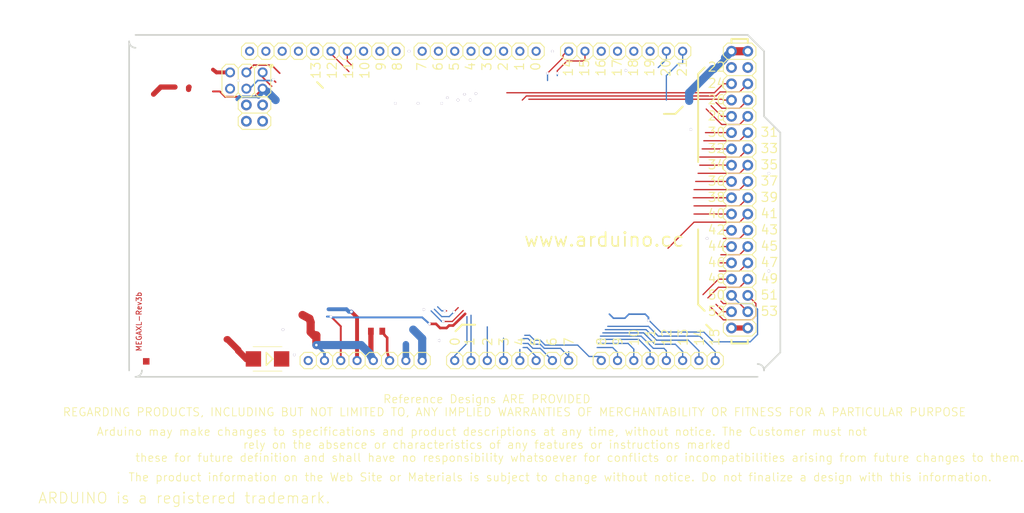
<source format=kicad_pcb>
(kicad_pcb (version 4) (host pcbnew "(2014-10-27 BZR 5228)-product")

  (general
    (links 0)
    (no_connects 0)
    (area 74.800884 72.990286 200.025001 153.21388)
    (thickness 1.6)
    (drawings 141)
    (tracks 298)
    (zones 0)
    (modules 13)
    (nets 1)
  )

  (page A4)
  (layers
    (0 F.Cu signal)
    (31 B.Cu signal)
    (32 B.Adhes user)
    (33 F.Adhes user)
    (34 B.Paste user)
    (35 F.Paste user)
    (36 B.SilkS user)
    (37 F.SilkS user)
    (38 B.Mask user)
    (39 F.Mask user)
    (40 Dwgs.User user)
    (41 Cmts.User user)
    (42 Eco1.User user)
    (43 Eco2.User user)
    (44 Edge.Cuts user)
    (45 Margin user)
    (46 B.CrtYd user)
    (47 F.CrtYd user)
    (48 B.Fab user)
    (49 F.Fab user)
  )

  (setup
    (last_trace_width 0.254)
    (trace_clearance 0.254)
    (zone_clearance 0.508)
    (zone_45_only no)
    (trace_min 0.254)
    (segment_width 0.2)
    (edge_width 0.15)
    (via_size 0.889)
    (via_drill 0.635)
    (via_min_size 0.889)
    (via_min_drill 0.508)
    (uvia_size 0.508)
    (uvia_drill 0.127)
    (uvias_allowed no)
    (uvia_min_size 0.508)
    (uvia_min_drill 0.127)
    (pcb_text_width 0.3)
    (pcb_text_size 1.5 1.5)
    (mod_edge_width 0.15)
    (mod_text_size 1.5 1.5)
    (mod_text_width 0.15)
    (pad_size 1.524 1.524)
    (pad_drill 0.762)
    (pad_to_mask_clearance 0.2)
    (aux_axis_origin 0 0)
    (visible_elements FFFFFF7F)
    (pcbplotparams
      (layerselection 0x00030_80000001)
      (usegerberextensions false)
      (excludeedgelayer true)
      (linewidth 0.100000)
      (plotframeref false)
      (viasonmask false)
      (mode 1)
      (useauxorigin false)
      (hpglpennumber 1)
      (hpglpenspeed 20)
      (hpglpendiameter 15)
      (hpglpenoverlay 2)
      (psnegative false)
      (psa4output false)
      (plotreference true)
      (plotvalue true)
      (plotinvisibletext false)
      (padsonsilk false)
      (subtractmaskfromsilk false)
      (outputformat 1)
      (mirror false)
      (drillshape 1)
      (scaleselection 1)
      (outputdirectory ""))
  )

  (net 0 "")

  (net_class Default "This is the default net class."
    (clearance 0.254)
    (trace_width 0.254)
    (via_dia 0.889)
    (via_drill 0.635)
    (uvia_dia 0.508)
    (uvia_drill 0.127)
  )

  (module 1X08 (layer F.Cu) (tedit 0) (tstamp 0)
    (at 152.4 80.9117 180)
    (descr "<b>PIN HEADER</b>")
    (fp_text reference PWML (at -7.6962 -1.1938 360) (layer Eco1.User)
      (effects (font (size 1.27 1.27) (thickness 0.127)))
    )
    (fp_text value 8x1F-H8.5 (at -5.08 3.81 360) (layer Eco1.User)
      (effects (font (size 1.27 1.27) (thickness 0.1016)))
    )
    (fp_line (start 5.715 -1.27) (end 6.985 -1.27) (layer F.SilkS) (width 0.1524))
    (fp_line (start 6.985 -1.27) (end 7.62 -0.635) (layer F.SilkS) (width 0.1524))
    (fp_line (start 7.62 -0.635) (end 7.62 0.635) (layer F.SilkS) (width 0.1524))
    (fp_line (start 7.62 0.635) (end 6.985 1.27) (layer F.SilkS) (width 0.1524))
    (fp_line (start 2.54 -0.635) (end 3.175 -1.27) (layer F.SilkS) (width 0.1524))
    (fp_line (start 3.175 -1.27) (end 4.445 -1.27) (layer F.SilkS) (width 0.1524))
    (fp_line (start 4.445 -1.27) (end 5.08 -0.635) (layer F.SilkS) (width 0.1524))
    (fp_line (start 5.08 -0.635) (end 5.08 0.635) (layer F.SilkS) (width 0.1524))
    (fp_line (start 5.08 0.635) (end 4.445 1.27) (layer F.SilkS) (width 0.1524))
    (fp_line (start 4.445 1.27) (end 3.175 1.27) (layer F.SilkS) (width 0.1524))
    (fp_line (start 3.175 1.27) (end 2.54 0.635) (layer F.SilkS) (width 0.1524))
    (fp_line (start 5.715 -1.27) (end 5.08 -0.635) (layer F.SilkS) (width 0.1524))
    (fp_line (start 5.08 0.635) (end 5.715 1.27) (layer F.SilkS) (width 0.1524))
    (fp_line (start 6.985 1.27) (end 5.715 1.27) (layer F.SilkS) (width 0.1524))
    (fp_line (start -1.905 -1.27) (end -0.635 -1.27) (layer F.SilkS) (width 0.1524))
    (fp_line (start -0.635 -1.27) (end 0 -0.635) (layer F.SilkS) (width 0.1524))
    (fp_line (start 0 -0.635) (end 0 0.635) (layer F.SilkS) (width 0.1524))
    (fp_line (start 0 0.635) (end -0.635 1.27) (layer F.SilkS) (width 0.1524))
    (fp_line (start 0 -0.635) (end 0.635 -1.27) (layer F.SilkS) (width 0.1524))
    (fp_line (start 0.635 -1.27) (end 1.905 -1.27) (layer F.SilkS) (width 0.1524))
    (fp_line (start 1.905 -1.27) (end 2.54 -0.635) (layer F.SilkS) (width 0.1524))
    (fp_line (start 2.54 -0.635) (end 2.54 0.635) (layer F.SilkS) (width 0.1524))
    (fp_line (start 2.54 0.635) (end 1.905 1.27) (layer F.SilkS) (width 0.1524))
    (fp_line (start 1.905 1.27) (end 0.635 1.27) (layer F.SilkS) (width 0.1524))
    (fp_line (start 0.635 1.27) (end 0 0.635) (layer F.SilkS) (width 0.1524))
    (fp_line (start -5.08 -0.635) (end -4.445 -1.27) (layer F.SilkS) (width 0.1524))
    (fp_line (start -4.445 -1.27) (end -3.175 -1.27) (layer F.SilkS) (width 0.1524))
    (fp_line (start -3.175 -1.27) (end -2.54 -0.635) (layer F.SilkS) (width 0.1524))
    (fp_line (start -2.54 -0.635) (end -2.54 0.635) (layer F.SilkS) (width 0.1524))
    (fp_line (start -2.54 0.635) (end -3.175 1.27) (layer F.SilkS) (width 0.1524))
    (fp_line (start -3.175 1.27) (end -4.445 1.27) (layer F.SilkS) (width 0.1524))
    (fp_line (start -4.445 1.27) (end -5.08 0.635) (layer F.SilkS) (width 0.1524))
    (fp_line (start -1.905 -1.27) (end -2.54 -0.635) (layer F.SilkS) (width 0.1524))
    (fp_line (start -2.54 0.635) (end -1.905 1.27) (layer F.SilkS) (width 0.1524))
    (fp_line (start -0.635 1.27) (end -1.905 1.27) (layer F.SilkS) (width 0.1524))
    (fp_line (start -9.525 -1.27) (end -8.255 -1.27) (layer F.SilkS) (width 0.1524))
    (fp_line (start -8.255 -1.27) (end -7.62 -0.635) (layer F.SilkS) (width 0.1524))
    (fp_line (start -7.62 -0.635) (end -7.62 0.635) (layer F.SilkS) (width 0.1524))
    (fp_line (start -7.62 0.635) (end -8.255 1.27) (layer F.SilkS) (width 0.1524))
    (fp_line (start -7.62 -0.635) (end -6.985 -1.27) (layer F.SilkS) (width 0.1524))
    (fp_line (start -6.985 -1.27) (end -5.715 -1.27) (layer F.SilkS) (width 0.1524))
    (fp_line (start -5.715 -1.27) (end -5.08 -0.635) (layer F.SilkS) (width 0.1524))
    (fp_line (start -5.08 -0.635) (end -5.08 0.635) (layer F.SilkS) (width 0.1524))
    (fp_line (start -5.08 0.635) (end -5.715 1.27) (layer F.SilkS) (width 0.1524))
    (fp_line (start -5.715 1.27) (end -6.985 1.27) (layer F.SilkS) (width 0.1524))
    (fp_line (start -6.985 1.27) (end -7.62 0.635) (layer F.SilkS) (width 0.1524))
    (fp_line (start -10.16 -0.635) (end -10.16 0.635) (layer F.SilkS) (width 0.1524))
    (fp_line (start -9.525 -1.27) (end -10.16 -0.635) (layer F.SilkS) (width 0.1524))
    (fp_line (start -10.16 0.635) (end -9.525 1.27) (layer F.SilkS) (width 0.1524))
    (fp_line (start -8.255 1.27) (end -9.525 1.27) (layer F.SilkS) (width 0.1524))
    (fp_line (start 8.255 -1.27) (end 9.525 -1.27) (layer F.SilkS) (width 0.1524))
    (fp_line (start 9.525 -1.27) (end 10.16 -0.635) (layer F.SilkS) (width 0.1524))
    (fp_line (start 10.16 -0.635) (end 10.16 0.635) (layer F.SilkS) (width 0.1524))
    (fp_line (start 10.16 0.635) (end 9.525 1.27) (layer F.SilkS) (width 0.1524))
    (fp_line (start 8.255 -1.27) (end 7.62 -0.635) (layer F.SilkS) (width 0.1524))
    (fp_line (start 7.62 0.635) (end 8.255 1.27) (layer F.SilkS) (width 0.1524))
    (fp_line (start 9.525 1.27) (end 8.255 1.27) (layer F.SilkS) (width 0.1524))
    (fp_line (start 6.096 0.254) (end 6.604 0.254) (layer Cmts.User) (width 0.127))
    (fp_line (start 6.604 0.254) (end 6.604 -0.254) (layer Cmts.User) (width 0.127))
    (fp_line (start 6.604 -0.254) (end 6.096 -0.254) (layer Cmts.User) (width 0.127))
    (fp_line (start 6.096 -0.254) (end 6.096 0.254) (layer Cmts.User) (width 0.127))
    (fp_line (start 3.556 0.254) (end 4.064 0.254) (layer Cmts.User) (width 0.127))
    (fp_line (start 4.064 0.254) (end 4.064 -0.254) (layer Cmts.User) (width 0.127))
    (fp_line (start 4.064 -0.254) (end 3.556 -0.254) (layer Cmts.User) (width 0.127))
    (fp_line (start 3.556 -0.254) (end 3.556 0.254) (layer Cmts.User) (width 0.127))
    (fp_line (start 1.016 0.254) (end 1.524 0.254) (layer Cmts.User) (width 0.127))
    (fp_line (start 1.524 0.254) (end 1.524 -0.254) (layer Cmts.User) (width 0.127))
    (fp_line (start 1.524 -0.254) (end 1.016 -0.254) (layer Cmts.User) (width 0.127))
    (fp_line (start 1.016 -0.254) (end 1.016 0.254) (layer Cmts.User) (width 0.127))
    (fp_line (start -1.524 0.254) (end -1.016 0.254) (layer Cmts.User) (width 0.127))
    (fp_line (start -1.016 0.254) (end -1.016 -0.254) (layer Cmts.User) (width 0.127))
    (fp_line (start -1.016 -0.254) (end -1.524 -0.254) (layer Cmts.User) (width 0.127))
    (fp_line (start -1.524 -0.254) (end -1.524 0.254) (layer Cmts.User) (width 0.127))
    (fp_line (start -4.064 0.254) (end -3.556 0.254) (layer Cmts.User) (width 0.127))
    (fp_line (start -3.556 0.254) (end -3.556 -0.254) (layer Cmts.User) (width 0.127))
    (fp_line (start -3.556 -0.254) (end -4.064 -0.254) (layer Cmts.User) (width 0.127))
    (fp_line (start -4.064 -0.254) (end -4.064 0.254) (layer Cmts.User) (width 0.127))
    (fp_line (start -6.604 0.254) (end -6.096 0.254) (layer Cmts.User) (width 0.127))
    (fp_line (start -6.096 0.254) (end -6.096 -0.254) (layer Cmts.User) (width 0.127))
    (fp_line (start -6.096 -0.254) (end -6.604 -0.254) (layer Cmts.User) (width 0.127))
    (fp_line (start -6.604 -0.254) (end -6.604 0.254) (layer Cmts.User) (width 0.127))
    (fp_line (start -9.144 0.254) (end -8.636 0.254) (layer Cmts.User) (width 0.127))
    (fp_line (start -8.636 0.254) (end -8.636 -0.254) (layer Cmts.User) (width 0.127))
    (fp_line (start -8.636 -0.254) (end -9.144 -0.254) (layer Cmts.User) (width 0.127))
    (fp_line (start -9.144 -0.254) (end -9.144 0.254) (layer Cmts.User) (width 0.127))
    (fp_line (start 8.636 0.254) (end 9.144 0.254) (layer Cmts.User) (width 0.127))
    (fp_line (start 9.144 0.254) (end 9.144 -0.254) (layer Cmts.User) (width 0.127))
    (fp_line (start 9.144 -0.254) (end 8.636 -0.254) (layer Cmts.User) (width 0.127))
    (fp_line (start 8.636 -0.254) (end 8.636 0.254) (layer Cmts.User) (width 0.127))
    (pad 1 thru_hole oval (at -8.89 0 270) (size 1.4224 1.4224) (drill 0.84836) (layers *.Cu *.Mask))
    (pad 2 thru_hole oval (at -6.35 0 270) (size 1.4224 1.4224) (drill 0.84836) (layers *.Cu *.Mask))
    (pad 3 thru_hole oval (at -3.81 0 270) (size 1.4224 1.4224) (drill 0.84836) (layers *.Cu *.Mask))
    (pad 4 thru_hole oval (at -1.27 0 270) (size 1.4224 1.4224) (drill 0.84836) (layers *.Cu *.Mask))
    (pad 5 thru_hole oval (at 1.27 0 270) (size 1.4224 1.4224) (drill 0.84836) (layers *.Cu *.Mask))
    (pad 6 thru_hole oval (at 3.81 0 270) (size 1.4224 1.4224) (drill 0.84836) (layers *.Cu *.Mask))
    (pad 7 thru_hole oval (at 6.35 0 270) (size 1.4224 1.4224) (drill 0.84836) (layers *.Cu *.Mask))
    (pad 8 thru_hole oval (at 8.89 0 270) (size 1.4224 1.4224) (drill 0.84836) (layers *.Cu *.Mask))
  )

  (module SMB (layer F.Cu) (tedit 0) (tstamp 0)
    (at 119.38 128.9177 180)
    (descr <B>DIODE</B>)
    (fp_text reference D1 (at -0.889 -1.524 360) (layer Eco1.User)
      (effects (font (size 1.27 1.27) (thickness 0.1016)))
    )
    (fp_text value M7 (at -0.889 4.064 360) (layer Eco1.User)
      (effects (font (size 1.27 1.27) (thickness 0.1016)))
    )
    (fp_line (start -2.2606 -1.905) (end 2.2606 -1.905) (layer F.SilkS) (width 0.1016))
    (fp_line (start -2.2606 1.905) (end 2.2606 1.905) (layer F.SilkS) (width 0.1016))
    (fp_line (start -2.2606 1.905) (end -2.2606 -1.905) (layer Cmts.User) (width 0.1016))
    (fp_line (start 2.2606 1.905) (end 2.2606 -1.905) (layer Cmts.User) (width 0.1016))
    (fp_line (start 0.1905 -0.99822) (end -0.82804 0) (layer F.SilkS) (width 0.2032))
    (fp_line (start -0.82804 0) (end 0.1905 0.99822) (layer F.SilkS) (width 0.2032))
    (fp_line (start 0.1905 0.99822) (end 0.1905 -0.99822) (layer F.SilkS) (width 0.2032))
    (fp_line (start -2.794 1.0922) (end -2.2606 1.0922) (layer Cmts.User) (width 0.127))
    (fp_line (start -2.2606 1.0922) (end -2.2606 -1.0922) (layer Cmts.User) (width 0.127))
    (fp_line (start -2.2606 -1.0922) (end -2.794 -1.0922) (layer Cmts.User) (width 0.127))
    (fp_line (start -2.794 -1.0922) (end -2.794 1.0922) (layer Cmts.User) (width 0.127))
    (fp_line (start 2.2606 1.0922) (end 2.794 1.0922) (layer Cmts.User) (width 0.127))
    (fp_line (start 2.794 1.0922) (end 2.794 -1.0922) (layer Cmts.User) (width 0.127))
    (fp_line (start 2.794 -1.0922) (end 2.2606 -1.0922) (layer Cmts.User) (width 0.127))
    (fp_line (start 2.2606 -1.0922) (end 2.2606 1.0922) (layer Cmts.User) (width 0.127))
    (fp_line (start -1.34874 1.89992) (end -0.79756 1.89992) (layer Cmts.User) (width 0.127))
    (fp_line (start -0.79756 1.89992) (end -0.79756 -1.89992) (layer Cmts.User) (width 0.127))
    (fp_line (start -0.79756 -1.89992) (end -1.34874 -1.89992) (layer Cmts.User) (width 0.127))
    (fp_line (start -1.34874 -1.89992) (end -1.34874 1.89992) (layer Cmts.User) (width 0.127))
    (pad C smd rect (at -2.19964 0 180) (size 2.39776 2.39776) (layers F.Cu F.Paste F.Mask))
    (pad A smd rect (at 2.19964 0 180) (size 2.39776 2.39776) (layers F.Cu F.Paste F.Mask))
  )

  (module FIDUCIA-MOUNT (layer F.Cu) (tedit 0) (tstamp 0)
    (at 100.457 129.2987)
    (fp_text reference ref** (at 0 0) (layer Cmts.User) hide
      (effects (font (size 0 0) (thickness 0.000001)))
    )
    (fp_text value val** (at 0 0) (layer Eco1.User) hide
      (effects (font (size 0 0) (thickness 0.000001)))
    )
    (fp_circle (center 0 0) (end 0.49784 0) (layer F.Mask) (width 2.1844))
    (fp_circle (center 0 0) (end 1.4986 0) (layer Dwgs.User) (width 0.127))
    (pad P$1 smd rect (at 0 0) (size 1.016 1.016) (layers F.Cu F.Paste F.Mask))
  )

  (module 1X08 (layer F.Cu) (tedit 0) (tstamp 0)
    (at 157.48 129.1717)
    (descr "<b>PIN HEADER</b>")
    (fp_text reference ADCL (at -7.6962 -1.1938) (layer Eco1.User)
      (effects (font (size 1.27 1.27) (thickness 0.127)))
    )
    (fp_text value 8x1F-H8.5 (at -5.08 3.81) (layer Eco1.User)
      (effects (font (size 1.27 1.27) (thickness 0.1016)))
    )
    (fp_line (start 5.715 -1.27) (end 6.985 -1.27) (layer F.SilkS) (width 0.1524))
    (fp_line (start 6.985 -1.27) (end 7.62 -0.635) (layer F.SilkS) (width 0.1524))
    (fp_line (start 7.62 -0.635) (end 7.62 0.635) (layer F.SilkS) (width 0.1524))
    (fp_line (start 7.62 0.635) (end 6.985 1.27) (layer F.SilkS) (width 0.1524))
    (fp_line (start 2.54 -0.635) (end 3.175 -1.27) (layer F.SilkS) (width 0.1524))
    (fp_line (start 3.175 -1.27) (end 4.445 -1.27) (layer F.SilkS) (width 0.1524))
    (fp_line (start 4.445 -1.27) (end 5.08 -0.635) (layer F.SilkS) (width 0.1524))
    (fp_line (start 5.08 -0.635) (end 5.08 0.635) (layer F.SilkS) (width 0.1524))
    (fp_line (start 5.08 0.635) (end 4.445 1.27) (layer F.SilkS) (width 0.1524))
    (fp_line (start 4.445 1.27) (end 3.175 1.27) (layer F.SilkS) (width 0.1524))
    (fp_line (start 3.175 1.27) (end 2.54 0.635) (layer F.SilkS) (width 0.1524))
    (fp_line (start 5.715 -1.27) (end 5.08 -0.635) (layer F.SilkS) (width 0.1524))
    (fp_line (start 5.08 0.635) (end 5.715 1.27) (layer F.SilkS) (width 0.1524))
    (fp_line (start 6.985 1.27) (end 5.715 1.27) (layer F.SilkS) (width 0.1524))
    (fp_line (start -1.905 -1.27) (end -0.635 -1.27) (layer F.SilkS) (width 0.1524))
    (fp_line (start -0.635 -1.27) (end 0 -0.635) (layer F.SilkS) (width 0.1524))
    (fp_line (start 0 -0.635) (end 0 0.635) (layer F.SilkS) (width 0.1524))
    (fp_line (start 0 0.635) (end -0.635 1.27) (layer F.SilkS) (width 0.1524))
    (fp_line (start 0 -0.635) (end 0.635 -1.27) (layer F.SilkS) (width 0.1524))
    (fp_line (start 0.635 -1.27) (end 1.905 -1.27) (layer F.SilkS) (width 0.1524))
    (fp_line (start 1.905 -1.27) (end 2.54 -0.635) (layer F.SilkS) (width 0.1524))
    (fp_line (start 2.54 -0.635) (end 2.54 0.635) (layer F.SilkS) (width 0.1524))
    (fp_line (start 2.54 0.635) (end 1.905 1.27) (layer F.SilkS) (width 0.1524))
    (fp_line (start 1.905 1.27) (end 0.635 1.27) (layer F.SilkS) (width 0.1524))
    (fp_line (start 0.635 1.27) (end 0 0.635) (layer F.SilkS) (width 0.1524))
    (fp_line (start -5.08 -0.635) (end -4.445 -1.27) (layer F.SilkS) (width 0.1524))
    (fp_line (start -4.445 -1.27) (end -3.175 -1.27) (layer F.SilkS) (width 0.1524))
    (fp_line (start -3.175 -1.27) (end -2.54 -0.635) (layer F.SilkS) (width 0.1524))
    (fp_line (start -2.54 -0.635) (end -2.54 0.635) (layer F.SilkS) (width 0.1524))
    (fp_line (start -2.54 0.635) (end -3.175 1.27) (layer F.SilkS) (width 0.1524))
    (fp_line (start -3.175 1.27) (end -4.445 1.27) (layer F.SilkS) (width 0.1524))
    (fp_line (start -4.445 1.27) (end -5.08 0.635) (layer F.SilkS) (width 0.1524))
    (fp_line (start -1.905 -1.27) (end -2.54 -0.635) (layer F.SilkS) (width 0.1524))
    (fp_line (start -2.54 0.635) (end -1.905 1.27) (layer F.SilkS) (width 0.1524))
    (fp_line (start -0.635 1.27) (end -1.905 1.27) (layer F.SilkS) (width 0.1524))
    (fp_line (start -9.525 -1.27) (end -8.255 -1.27) (layer F.SilkS) (width 0.1524))
    (fp_line (start -8.255 -1.27) (end -7.62 -0.635) (layer F.SilkS) (width 0.1524))
    (fp_line (start -7.62 -0.635) (end -7.62 0.635) (layer F.SilkS) (width 0.1524))
    (fp_line (start -7.62 0.635) (end -8.255 1.27) (layer F.SilkS) (width 0.1524))
    (fp_line (start -7.62 -0.635) (end -6.985 -1.27) (layer F.SilkS) (width 0.1524))
    (fp_line (start -6.985 -1.27) (end -5.715 -1.27) (layer F.SilkS) (width 0.1524))
    (fp_line (start -5.715 -1.27) (end -5.08 -0.635) (layer F.SilkS) (width 0.1524))
    (fp_line (start -5.08 -0.635) (end -5.08 0.635) (layer F.SilkS) (width 0.1524))
    (fp_line (start -5.08 0.635) (end -5.715 1.27) (layer F.SilkS) (width 0.1524))
    (fp_line (start -5.715 1.27) (end -6.985 1.27) (layer F.SilkS) (width 0.1524))
    (fp_line (start -6.985 1.27) (end -7.62 0.635) (layer F.SilkS) (width 0.1524))
    (fp_line (start -10.16 -0.635) (end -10.16 0.635) (layer F.SilkS) (width 0.1524))
    (fp_line (start -9.525 -1.27) (end -10.16 -0.635) (layer F.SilkS) (width 0.1524))
    (fp_line (start -10.16 0.635) (end -9.525 1.27) (layer F.SilkS) (width 0.1524))
    (fp_line (start -8.255 1.27) (end -9.525 1.27) (layer F.SilkS) (width 0.1524))
    (fp_line (start 8.255 -1.27) (end 9.525 -1.27) (layer F.SilkS) (width 0.1524))
    (fp_line (start 9.525 -1.27) (end 10.16 -0.635) (layer F.SilkS) (width 0.1524))
    (fp_line (start 10.16 -0.635) (end 10.16 0.635) (layer F.SilkS) (width 0.1524))
    (fp_line (start 10.16 0.635) (end 9.525 1.27) (layer F.SilkS) (width 0.1524))
    (fp_line (start 8.255 -1.27) (end 7.62 -0.635) (layer F.SilkS) (width 0.1524))
    (fp_line (start 7.62 0.635) (end 8.255 1.27) (layer F.SilkS) (width 0.1524))
    (fp_line (start 9.525 1.27) (end 8.255 1.27) (layer F.SilkS) (width 0.1524))
    (fp_line (start 6.096 0.254) (end 6.604 0.254) (layer Cmts.User) (width 0.127))
    (fp_line (start 6.604 0.254) (end 6.604 -0.254) (layer Cmts.User) (width 0.127))
    (fp_line (start 6.604 -0.254) (end 6.096 -0.254) (layer Cmts.User) (width 0.127))
    (fp_line (start 6.096 -0.254) (end 6.096 0.254) (layer Cmts.User) (width 0.127))
    (fp_line (start 3.556 0.254) (end 4.064 0.254) (layer Cmts.User) (width 0.127))
    (fp_line (start 4.064 0.254) (end 4.064 -0.254) (layer Cmts.User) (width 0.127))
    (fp_line (start 4.064 -0.254) (end 3.556 -0.254) (layer Cmts.User) (width 0.127))
    (fp_line (start 3.556 -0.254) (end 3.556 0.254) (layer Cmts.User) (width 0.127))
    (fp_line (start 1.016 0.254) (end 1.524 0.254) (layer Cmts.User) (width 0.127))
    (fp_line (start 1.524 0.254) (end 1.524 -0.254) (layer Cmts.User) (width 0.127))
    (fp_line (start 1.524 -0.254) (end 1.016 -0.254) (layer Cmts.User) (width 0.127))
    (fp_line (start 1.016 -0.254) (end 1.016 0.254) (layer Cmts.User) (width 0.127))
    (fp_line (start -1.524 0.254) (end -1.016 0.254) (layer Cmts.User) (width 0.127))
    (fp_line (start -1.016 0.254) (end -1.016 -0.254) (layer Cmts.User) (width 0.127))
    (fp_line (start -1.016 -0.254) (end -1.524 -0.254) (layer Cmts.User) (width 0.127))
    (fp_line (start -1.524 -0.254) (end -1.524 0.254) (layer Cmts.User) (width 0.127))
    (fp_line (start -4.064 0.254) (end -3.556 0.254) (layer Cmts.User) (width 0.127))
    (fp_line (start -3.556 0.254) (end -3.556 -0.254) (layer Cmts.User) (width 0.127))
    (fp_line (start -3.556 -0.254) (end -4.064 -0.254) (layer Cmts.User) (width 0.127))
    (fp_line (start -4.064 -0.254) (end -4.064 0.254) (layer Cmts.User) (width 0.127))
    (fp_line (start -6.604 0.254) (end -6.096 0.254) (layer Cmts.User) (width 0.127))
    (fp_line (start -6.096 0.254) (end -6.096 -0.254) (layer Cmts.User) (width 0.127))
    (fp_line (start -6.096 -0.254) (end -6.604 -0.254) (layer Cmts.User) (width 0.127))
    (fp_line (start -6.604 -0.254) (end -6.604 0.254) (layer Cmts.User) (width 0.127))
    (fp_line (start -9.144 0.254) (end -8.636 0.254) (layer Cmts.User) (width 0.127))
    (fp_line (start -8.636 0.254) (end -8.636 -0.254) (layer Cmts.User) (width 0.127))
    (fp_line (start -8.636 -0.254) (end -9.144 -0.254) (layer Cmts.User) (width 0.127))
    (fp_line (start -9.144 -0.254) (end -9.144 0.254) (layer Cmts.User) (width 0.127))
    (fp_line (start 8.636 0.254) (end 9.144 0.254) (layer Cmts.User) (width 0.127))
    (fp_line (start 9.144 0.254) (end 9.144 -0.254) (layer Cmts.User) (width 0.127))
    (fp_line (start 9.144 -0.254) (end 8.636 -0.254) (layer Cmts.User) (width 0.127))
    (fp_line (start 8.636 -0.254) (end 8.636 0.254) (layer Cmts.User) (width 0.127))
    (pad 1 thru_hole oval (at -8.89 0 90) (size 1.4224 1.4224) (drill 0.84836) (layers *.Cu *.Mask))
    (pad 2 thru_hole oval (at -6.35 0 90) (size 1.4224 1.4224) (drill 0.84836) (layers *.Cu *.Mask))
    (pad 3 thru_hole oval (at -3.81 0 90) (size 1.4224 1.4224) (drill 0.84836) (layers *.Cu *.Mask))
    (pad 4 thru_hole oval (at -1.27 0 90) (size 1.4224 1.4224) (drill 0.84836) (layers *.Cu *.Mask))
    (pad 5 thru_hole oval (at 1.27 0 90) (size 1.4224 1.4224) (drill 0.84836) (layers *.Cu *.Mask))
    (pad 6 thru_hole oval (at 3.81 0 90) (size 1.4224 1.4224) (drill 0.84836) (layers *.Cu *.Mask))
    (pad 7 thru_hole oval (at 6.35 0 90) (size 1.4224 1.4224) (drill 0.84836) (layers *.Cu *.Mask))
    (pad 8 thru_hole oval (at 8.89 0 90) (size 1.4224 1.4224) (drill 0.84836) (layers *.Cu *.Mask))
  )

  (module 1X08 (layer F.Cu) (tedit 0) (tstamp 0)
    (at 175.26 80.9117 180)
    (descr "<b>PIN HEADER</b>")
    (fp_text reference COMMUNICATION (at -2.6162 -1.1938 360) (layer Eco1.User)
      (effects (font (size 1.27 1.27) (thickness 0.127)))
    )
    (fp_text value 8x1F-H8.5 (at -5.08 3.81 360) (layer Eco1.User)
      (effects (font (size 1.27 1.27) (thickness 0.1016)))
    )
    (fp_line (start 5.715 -1.27) (end 6.985 -1.27) (layer F.SilkS) (width 0.1524))
    (fp_line (start 6.985 -1.27) (end 7.62 -0.635) (layer F.SilkS) (width 0.1524))
    (fp_line (start 7.62 -0.635) (end 7.62 0.635) (layer F.SilkS) (width 0.1524))
    (fp_line (start 7.62 0.635) (end 6.985 1.27) (layer F.SilkS) (width 0.1524))
    (fp_line (start 2.54 -0.635) (end 3.175 -1.27) (layer F.SilkS) (width 0.1524))
    (fp_line (start 3.175 -1.27) (end 4.445 -1.27) (layer F.SilkS) (width 0.1524))
    (fp_line (start 4.445 -1.27) (end 5.08 -0.635) (layer F.SilkS) (width 0.1524))
    (fp_line (start 5.08 -0.635) (end 5.08 0.635) (layer F.SilkS) (width 0.1524))
    (fp_line (start 5.08 0.635) (end 4.445 1.27) (layer F.SilkS) (width 0.1524))
    (fp_line (start 4.445 1.27) (end 3.175 1.27) (layer F.SilkS) (width 0.1524))
    (fp_line (start 3.175 1.27) (end 2.54 0.635) (layer F.SilkS) (width 0.1524))
    (fp_line (start 5.715 -1.27) (end 5.08 -0.635) (layer F.SilkS) (width 0.1524))
    (fp_line (start 5.08 0.635) (end 5.715 1.27) (layer F.SilkS) (width 0.1524))
    (fp_line (start 6.985 1.27) (end 5.715 1.27) (layer F.SilkS) (width 0.1524))
    (fp_line (start -1.905 -1.27) (end -0.635 -1.27) (layer F.SilkS) (width 0.1524))
    (fp_line (start -0.635 -1.27) (end 0 -0.635) (layer F.SilkS) (width 0.1524))
    (fp_line (start 0 -0.635) (end 0 0.635) (layer F.SilkS) (width 0.1524))
    (fp_line (start 0 0.635) (end -0.635 1.27) (layer F.SilkS) (width 0.1524))
    (fp_line (start 0 -0.635) (end 0.635 -1.27) (layer F.SilkS) (width 0.1524))
    (fp_line (start 0.635 -1.27) (end 1.905 -1.27) (layer F.SilkS) (width 0.1524))
    (fp_line (start 1.905 -1.27) (end 2.54 -0.635) (layer F.SilkS) (width 0.1524))
    (fp_line (start 2.54 -0.635) (end 2.54 0.635) (layer F.SilkS) (width 0.1524))
    (fp_line (start 2.54 0.635) (end 1.905 1.27) (layer F.SilkS) (width 0.1524))
    (fp_line (start 1.905 1.27) (end 0.635 1.27) (layer F.SilkS) (width 0.1524))
    (fp_line (start 0.635 1.27) (end 0 0.635) (layer F.SilkS) (width 0.1524))
    (fp_line (start -5.08 -0.635) (end -4.445 -1.27) (layer F.SilkS) (width 0.1524))
    (fp_line (start -4.445 -1.27) (end -3.175 -1.27) (layer F.SilkS) (width 0.1524))
    (fp_line (start -3.175 -1.27) (end -2.54 -0.635) (layer F.SilkS) (width 0.1524))
    (fp_line (start -2.54 -0.635) (end -2.54 0.635) (layer F.SilkS) (width 0.1524))
    (fp_line (start -2.54 0.635) (end -3.175 1.27) (layer F.SilkS) (width 0.1524))
    (fp_line (start -3.175 1.27) (end -4.445 1.27) (layer F.SilkS) (width 0.1524))
    (fp_line (start -4.445 1.27) (end -5.08 0.635) (layer F.SilkS) (width 0.1524))
    (fp_line (start -1.905 -1.27) (end -2.54 -0.635) (layer F.SilkS) (width 0.1524))
    (fp_line (start -2.54 0.635) (end -1.905 1.27) (layer F.SilkS) (width 0.1524))
    (fp_line (start -0.635 1.27) (end -1.905 1.27) (layer F.SilkS) (width 0.1524))
    (fp_line (start -9.525 -1.27) (end -8.255 -1.27) (layer F.SilkS) (width 0.1524))
    (fp_line (start -8.255 -1.27) (end -7.62 -0.635) (layer F.SilkS) (width 0.1524))
    (fp_line (start -7.62 -0.635) (end -7.62 0.635) (layer F.SilkS) (width 0.1524))
    (fp_line (start -7.62 0.635) (end -8.255 1.27) (layer F.SilkS) (width 0.1524))
    (fp_line (start -7.62 -0.635) (end -6.985 -1.27) (layer F.SilkS) (width 0.1524))
    (fp_line (start -6.985 -1.27) (end -5.715 -1.27) (layer F.SilkS) (width 0.1524))
    (fp_line (start -5.715 -1.27) (end -5.08 -0.635) (layer F.SilkS) (width 0.1524))
    (fp_line (start -5.08 -0.635) (end -5.08 0.635) (layer F.SilkS) (width 0.1524))
    (fp_line (start -5.08 0.635) (end -5.715 1.27) (layer F.SilkS) (width 0.1524))
    (fp_line (start -5.715 1.27) (end -6.985 1.27) (layer F.SilkS) (width 0.1524))
    (fp_line (start -6.985 1.27) (end -7.62 0.635) (layer F.SilkS) (width 0.1524))
    (fp_line (start -10.16 -0.635) (end -10.16 0.635) (layer F.SilkS) (width 0.1524))
    (fp_line (start -9.525 -1.27) (end -10.16 -0.635) (layer F.SilkS) (width 0.1524))
    (fp_line (start -10.16 0.635) (end -9.525 1.27) (layer F.SilkS) (width 0.1524))
    (fp_line (start -8.255 1.27) (end -9.525 1.27) (layer F.SilkS) (width 0.1524))
    (fp_line (start 8.255 -1.27) (end 9.525 -1.27) (layer F.SilkS) (width 0.1524))
    (fp_line (start 9.525 -1.27) (end 10.16 -0.635) (layer F.SilkS) (width 0.1524))
    (fp_line (start 10.16 -0.635) (end 10.16 0.635) (layer F.SilkS) (width 0.1524))
    (fp_line (start 10.16 0.635) (end 9.525 1.27) (layer F.SilkS) (width 0.1524))
    (fp_line (start 8.255 -1.27) (end 7.62 -0.635) (layer F.SilkS) (width 0.1524))
    (fp_line (start 7.62 0.635) (end 8.255 1.27) (layer F.SilkS) (width 0.1524))
    (fp_line (start 9.525 1.27) (end 8.255 1.27) (layer F.SilkS) (width 0.1524))
    (fp_line (start 6.096 0.254) (end 6.604 0.254) (layer Cmts.User) (width 0.127))
    (fp_line (start 6.604 0.254) (end 6.604 -0.254) (layer Cmts.User) (width 0.127))
    (fp_line (start 6.604 -0.254) (end 6.096 -0.254) (layer Cmts.User) (width 0.127))
    (fp_line (start 6.096 -0.254) (end 6.096 0.254) (layer Cmts.User) (width 0.127))
    (fp_line (start 3.556 0.254) (end 4.064 0.254) (layer Cmts.User) (width 0.127))
    (fp_line (start 4.064 0.254) (end 4.064 -0.254) (layer Cmts.User) (width 0.127))
    (fp_line (start 4.064 -0.254) (end 3.556 -0.254) (layer Cmts.User) (width 0.127))
    (fp_line (start 3.556 -0.254) (end 3.556 0.254) (layer Cmts.User) (width 0.127))
    (fp_line (start 1.016 0.254) (end 1.524 0.254) (layer Cmts.User) (width 0.127))
    (fp_line (start 1.524 0.254) (end 1.524 -0.254) (layer Cmts.User) (width 0.127))
    (fp_line (start 1.524 -0.254) (end 1.016 -0.254) (layer Cmts.User) (width 0.127))
    (fp_line (start 1.016 -0.254) (end 1.016 0.254) (layer Cmts.User) (width 0.127))
    (fp_line (start -1.524 0.254) (end -1.016 0.254) (layer Cmts.User) (width 0.127))
    (fp_line (start -1.016 0.254) (end -1.016 -0.254) (layer Cmts.User) (width 0.127))
    (fp_line (start -1.016 -0.254) (end -1.524 -0.254) (layer Cmts.User) (width 0.127))
    (fp_line (start -1.524 -0.254) (end -1.524 0.254) (layer Cmts.User) (width 0.127))
    (fp_line (start -4.064 0.254) (end -3.556 0.254) (layer Cmts.User) (width 0.127))
    (fp_line (start -3.556 0.254) (end -3.556 -0.254) (layer Cmts.User) (width 0.127))
    (fp_line (start -3.556 -0.254) (end -4.064 -0.254) (layer Cmts.User) (width 0.127))
    (fp_line (start -4.064 -0.254) (end -4.064 0.254) (layer Cmts.User) (width 0.127))
    (fp_line (start -6.604 0.254) (end -6.096 0.254) (layer Cmts.User) (width 0.127))
    (fp_line (start -6.096 0.254) (end -6.096 -0.254) (layer Cmts.User) (width 0.127))
    (fp_line (start -6.096 -0.254) (end -6.604 -0.254) (layer Cmts.User) (width 0.127))
    (fp_line (start -6.604 -0.254) (end -6.604 0.254) (layer Cmts.User) (width 0.127))
    (fp_line (start -9.144 0.254) (end -8.636 0.254) (layer Cmts.User) (width 0.127))
    (fp_line (start -8.636 0.254) (end -8.636 -0.254) (layer Cmts.User) (width 0.127))
    (fp_line (start -8.636 -0.254) (end -9.144 -0.254) (layer Cmts.User) (width 0.127))
    (fp_line (start -9.144 -0.254) (end -9.144 0.254) (layer Cmts.User) (width 0.127))
    (fp_line (start 8.636 0.254) (end 9.144 0.254) (layer Cmts.User) (width 0.127))
    (fp_line (start 9.144 0.254) (end 9.144 -0.254) (layer Cmts.User) (width 0.127))
    (fp_line (start 9.144 -0.254) (end 8.636 -0.254) (layer Cmts.User) (width 0.127))
    (fp_line (start 8.636 -0.254) (end 8.636 0.254) (layer Cmts.User) (width 0.127))
    (pad 1 thru_hole oval (at -8.89 0 270) (size 1.4224 1.4224) (drill 0.84836) (layers *.Cu *.Mask))
    (pad 2 thru_hole oval (at -6.35 0 270) (size 1.4224 1.4224) (drill 0.84836) (layers *.Cu *.Mask))
    (pad 3 thru_hole oval (at -3.81 0 270) (size 1.4224 1.4224) (drill 0.84836) (layers *.Cu *.Mask))
    (pad 4 thru_hole oval (at -1.27 0 270) (size 1.4224 1.4224) (drill 0.84836) (layers *.Cu *.Mask))
    (pad 5 thru_hole oval (at 1.27 0 270) (size 1.4224 1.4224) (drill 0.84836) (layers *.Cu *.Mask))
    (pad 6 thru_hole oval (at 3.81 0 270) (size 1.4224 1.4224) (drill 0.84836) (layers *.Cu *.Mask))
    (pad 7 thru_hole oval (at 6.35 0 270) (size 1.4224 1.4224) (drill 0.84836) (layers *.Cu *.Mask))
    (pad 8 thru_hole oval (at 8.89 0 270) (size 1.4224 1.4224) (drill 0.84836) (layers *.Cu *.Mask))
  )

  (module C0603-ROUND (layer F.Cu) (tedit 0) (tstamp 0)
    (at 136.398 124.5997)
    (descr <b>CAPACITOR</b><p>)
    (fp_text reference C4 (at 0.381 -0.127) (layer Eco1.User)
      (effects (font (size 1.27 1.27) (thickness 0.1016)))
    )
    (fp_text value 100n (at 1.651 2.667) (layer Eco1.User)
      (effects (font (size 1.27 1.27) (thickness 0.1016)))
    )
    (fp_line (start -1.47066 -0.98298) (end 1.47066 -0.98298) (layer Dwgs.User) (width 0.0508))
    (fp_line (start 1.47066 -0.98298) (end 1.47066 0.98298) (layer Dwgs.User) (width 0.0508))
    (fp_line (start 1.47066 0.98298) (end -1.47066 0.98298) (layer Dwgs.User) (width 0.0508))
    (fp_line (start -1.47066 0.98298) (end -1.47066 -0.98298) (layer Dwgs.User) (width 0.0508))
    (fp_line (start -0.3556 -0.4318) (end 0.3556 -0.4318) (layer Cmts.User) (width 0.1016))
    (fp_line (start -0.3556 0.41656) (end 0.3556 0.41656) (layer Cmts.User) (width 0.1016))
    (fp_line (start -0.8382 0.4699) (end -0.33782 0.4699) (layer Cmts.User) (width 0.127))
    (fp_line (start -0.33782 0.4699) (end -0.33782 -0.48006) (layer Cmts.User) (width 0.127))
    (fp_line (start -0.33782 -0.48006) (end -0.8382 -0.48006) (layer Cmts.User) (width 0.127))
    (fp_line (start -0.8382 -0.48006) (end -0.8382 0.4699) (layer Cmts.User) (width 0.127))
    (fp_line (start 0.3302 0.4699) (end 0.82804 0.4699) (layer Cmts.User) (width 0.127))
    (fp_line (start 0.82804 0.4699) (end 0.82804 -0.48006) (layer Cmts.User) (width 0.127))
    (fp_line (start 0.82804 -0.48006) (end 0.3302 -0.48006) (layer Cmts.User) (width 0.127))
    (fp_line (start 0.3302 -0.48006) (end 0.3302 0.4699) (layer Cmts.User) (width 0.127))
    (fp_line (start -0.19812 0.29972) (end 0.19812 0.29972) (layer F.Adhes) (width 0.127))
    (fp_line (start 0.19812 0.29972) (end 0.19812 -0.29972) (layer F.Adhes) (width 0.127))
    (fp_line (start 0.19812 -0.29972) (end -0.19812 -0.29972) (layer F.Adhes) (width 0.127))
    (fp_line (start -0.19812 -0.29972) (end -0.19812 0.29972) (layer F.Adhes) (width 0.127))
    (pad 1 smd rect (at -0.889 0 90) (size 1.09982 0.89662) (layers F.Cu F.Paste F.Mask))
    (pad 2 smd rect (at 0.889 0 90) (size 1.09982 0.89662) (layers F.Cu F.Paste F.Mask))
  )

  (module 1X08 (layer F.Cu) (tedit 0) (tstamp 0)
    (at 180.34 129.1717)
    (descr "<b>PIN HEADER</b>")
    (fp_text reference ADCH (at -7.6962 -1.1938) (layer Eco1.User)
      (effects (font (size 1.27 1.27) (thickness 0.127)))
    )
    (fp_text value 8x1F-H8.5 (at -5.08 3.81) (layer Eco1.User)
      (effects (font (size 1.27 1.27) (thickness 0.1016)))
    )
    (fp_line (start 5.715 -1.27) (end 6.985 -1.27) (layer F.SilkS) (width 0.1524))
    (fp_line (start 6.985 -1.27) (end 7.62 -0.635) (layer F.SilkS) (width 0.1524))
    (fp_line (start 7.62 -0.635) (end 7.62 0.635) (layer F.SilkS) (width 0.1524))
    (fp_line (start 7.62 0.635) (end 6.985 1.27) (layer F.SilkS) (width 0.1524))
    (fp_line (start 2.54 -0.635) (end 3.175 -1.27) (layer F.SilkS) (width 0.1524))
    (fp_line (start 3.175 -1.27) (end 4.445 -1.27) (layer F.SilkS) (width 0.1524))
    (fp_line (start 4.445 -1.27) (end 5.08 -0.635) (layer F.SilkS) (width 0.1524))
    (fp_line (start 5.08 -0.635) (end 5.08 0.635) (layer F.SilkS) (width 0.1524))
    (fp_line (start 5.08 0.635) (end 4.445 1.27) (layer F.SilkS) (width 0.1524))
    (fp_line (start 4.445 1.27) (end 3.175 1.27) (layer F.SilkS) (width 0.1524))
    (fp_line (start 3.175 1.27) (end 2.54 0.635) (layer F.SilkS) (width 0.1524))
    (fp_line (start 5.715 -1.27) (end 5.08 -0.635) (layer F.SilkS) (width 0.1524))
    (fp_line (start 5.08 0.635) (end 5.715 1.27) (layer F.SilkS) (width 0.1524))
    (fp_line (start 6.985 1.27) (end 5.715 1.27) (layer F.SilkS) (width 0.1524))
    (fp_line (start -1.905 -1.27) (end -0.635 -1.27) (layer F.SilkS) (width 0.1524))
    (fp_line (start -0.635 -1.27) (end 0 -0.635) (layer F.SilkS) (width 0.1524))
    (fp_line (start 0 -0.635) (end 0 0.635) (layer F.SilkS) (width 0.1524))
    (fp_line (start 0 0.635) (end -0.635 1.27) (layer F.SilkS) (width 0.1524))
    (fp_line (start 0 -0.635) (end 0.635 -1.27) (layer F.SilkS) (width 0.1524))
    (fp_line (start 0.635 -1.27) (end 1.905 -1.27) (layer F.SilkS) (width 0.1524))
    (fp_line (start 1.905 -1.27) (end 2.54 -0.635) (layer F.SilkS) (width 0.1524))
    (fp_line (start 2.54 -0.635) (end 2.54 0.635) (layer F.SilkS) (width 0.1524))
    (fp_line (start 2.54 0.635) (end 1.905 1.27) (layer F.SilkS) (width 0.1524))
    (fp_line (start 1.905 1.27) (end 0.635 1.27) (layer F.SilkS) (width 0.1524))
    (fp_line (start 0.635 1.27) (end 0 0.635) (layer F.SilkS) (width 0.1524))
    (fp_line (start -5.08 -0.635) (end -4.445 -1.27) (layer F.SilkS) (width 0.1524))
    (fp_line (start -4.445 -1.27) (end -3.175 -1.27) (layer F.SilkS) (width 0.1524))
    (fp_line (start -3.175 -1.27) (end -2.54 -0.635) (layer F.SilkS) (width 0.1524))
    (fp_line (start -2.54 -0.635) (end -2.54 0.635) (layer F.SilkS) (width 0.1524))
    (fp_line (start -2.54 0.635) (end -3.175 1.27) (layer F.SilkS) (width 0.1524))
    (fp_line (start -3.175 1.27) (end -4.445 1.27) (layer F.SilkS) (width 0.1524))
    (fp_line (start -4.445 1.27) (end -5.08 0.635) (layer F.SilkS) (width 0.1524))
    (fp_line (start -1.905 -1.27) (end -2.54 -0.635) (layer F.SilkS) (width 0.1524))
    (fp_line (start -2.54 0.635) (end -1.905 1.27) (layer F.SilkS) (width 0.1524))
    (fp_line (start -0.635 1.27) (end -1.905 1.27) (layer F.SilkS) (width 0.1524))
    (fp_line (start -9.525 -1.27) (end -8.255 -1.27) (layer F.SilkS) (width 0.1524))
    (fp_line (start -8.255 -1.27) (end -7.62 -0.635) (layer F.SilkS) (width 0.1524))
    (fp_line (start -7.62 -0.635) (end -7.62 0.635) (layer F.SilkS) (width 0.1524))
    (fp_line (start -7.62 0.635) (end -8.255 1.27) (layer F.SilkS) (width 0.1524))
    (fp_line (start -7.62 -0.635) (end -6.985 -1.27) (layer F.SilkS) (width 0.1524))
    (fp_line (start -6.985 -1.27) (end -5.715 -1.27) (layer F.SilkS) (width 0.1524))
    (fp_line (start -5.715 -1.27) (end -5.08 -0.635) (layer F.SilkS) (width 0.1524))
    (fp_line (start -5.08 -0.635) (end -5.08 0.635) (layer F.SilkS) (width 0.1524))
    (fp_line (start -5.08 0.635) (end -5.715 1.27) (layer F.SilkS) (width 0.1524))
    (fp_line (start -5.715 1.27) (end -6.985 1.27) (layer F.SilkS) (width 0.1524))
    (fp_line (start -6.985 1.27) (end -7.62 0.635) (layer F.SilkS) (width 0.1524))
    (fp_line (start -10.16 -0.635) (end -10.16 0.635) (layer F.SilkS) (width 0.1524))
    (fp_line (start -9.525 -1.27) (end -10.16 -0.635) (layer F.SilkS) (width 0.1524))
    (fp_line (start -10.16 0.635) (end -9.525 1.27) (layer F.SilkS) (width 0.1524))
    (fp_line (start -8.255 1.27) (end -9.525 1.27) (layer F.SilkS) (width 0.1524))
    (fp_line (start 8.255 -1.27) (end 9.525 -1.27) (layer F.SilkS) (width 0.1524))
    (fp_line (start 9.525 -1.27) (end 10.16 -0.635) (layer F.SilkS) (width 0.1524))
    (fp_line (start 10.16 -0.635) (end 10.16 0.635) (layer F.SilkS) (width 0.1524))
    (fp_line (start 10.16 0.635) (end 9.525 1.27) (layer F.SilkS) (width 0.1524))
    (fp_line (start 8.255 -1.27) (end 7.62 -0.635) (layer F.SilkS) (width 0.1524))
    (fp_line (start 7.62 0.635) (end 8.255 1.27) (layer F.SilkS) (width 0.1524))
    (fp_line (start 9.525 1.27) (end 8.255 1.27) (layer F.SilkS) (width 0.1524))
    (fp_line (start 6.096 0.254) (end 6.604 0.254) (layer Cmts.User) (width 0.127))
    (fp_line (start 6.604 0.254) (end 6.604 -0.254) (layer Cmts.User) (width 0.127))
    (fp_line (start 6.604 -0.254) (end 6.096 -0.254) (layer Cmts.User) (width 0.127))
    (fp_line (start 6.096 -0.254) (end 6.096 0.254) (layer Cmts.User) (width 0.127))
    (fp_line (start 3.556 0.254) (end 4.064 0.254) (layer Cmts.User) (width 0.127))
    (fp_line (start 4.064 0.254) (end 4.064 -0.254) (layer Cmts.User) (width 0.127))
    (fp_line (start 4.064 -0.254) (end 3.556 -0.254) (layer Cmts.User) (width 0.127))
    (fp_line (start 3.556 -0.254) (end 3.556 0.254) (layer Cmts.User) (width 0.127))
    (fp_line (start 1.016 0.254) (end 1.524 0.254) (layer Cmts.User) (width 0.127))
    (fp_line (start 1.524 0.254) (end 1.524 -0.254) (layer Cmts.User) (width 0.127))
    (fp_line (start 1.524 -0.254) (end 1.016 -0.254) (layer Cmts.User) (width 0.127))
    (fp_line (start 1.016 -0.254) (end 1.016 0.254) (layer Cmts.User) (width 0.127))
    (fp_line (start -1.524 0.254) (end -1.016 0.254) (layer Cmts.User) (width 0.127))
    (fp_line (start -1.016 0.254) (end -1.016 -0.254) (layer Cmts.User) (width 0.127))
    (fp_line (start -1.016 -0.254) (end -1.524 -0.254) (layer Cmts.User) (width 0.127))
    (fp_line (start -1.524 -0.254) (end -1.524 0.254) (layer Cmts.User) (width 0.127))
    (fp_line (start -4.064 0.254) (end -3.556 0.254) (layer Cmts.User) (width 0.127))
    (fp_line (start -3.556 0.254) (end -3.556 -0.254) (layer Cmts.User) (width 0.127))
    (fp_line (start -3.556 -0.254) (end -4.064 -0.254) (layer Cmts.User) (width 0.127))
    (fp_line (start -4.064 -0.254) (end -4.064 0.254) (layer Cmts.User) (width 0.127))
    (fp_line (start -6.604 0.254) (end -6.096 0.254) (layer Cmts.User) (width 0.127))
    (fp_line (start -6.096 0.254) (end -6.096 -0.254) (layer Cmts.User) (width 0.127))
    (fp_line (start -6.096 -0.254) (end -6.604 -0.254) (layer Cmts.User) (width 0.127))
    (fp_line (start -6.604 -0.254) (end -6.604 0.254) (layer Cmts.User) (width 0.127))
    (fp_line (start -9.144 0.254) (end -8.636 0.254) (layer Cmts.User) (width 0.127))
    (fp_line (start -8.636 0.254) (end -8.636 -0.254) (layer Cmts.User) (width 0.127))
    (fp_line (start -8.636 -0.254) (end -9.144 -0.254) (layer Cmts.User) (width 0.127))
    (fp_line (start -9.144 -0.254) (end -9.144 0.254) (layer Cmts.User) (width 0.127))
    (fp_line (start 8.636 0.254) (end 9.144 0.254) (layer Cmts.User) (width 0.127))
    (fp_line (start 9.144 0.254) (end 9.144 -0.254) (layer Cmts.User) (width 0.127))
    (fp_line (start 9.144 -0.254) (end 8.636 -0.254) (layer Cmts.User) (width 0.127))
    (fp_line (start 8.636 -0.254) (end 8.636 0.254) (layer Cmts.User) (width 0.127))
    (pad 1 thru_hole oval (at -8.89 0 90) (size 1.4224 1.4224) (drill 0.84836) (layers *.Cu *.Mask))
    (pad 2 thru_hole oval (at -6.35 0 90) (size 1.4224 1.4224) (drill 0.84836) (layers *.Cu *.Mask))
    (pad 3 thru_hole oval (at -3.81 0 90) (size 1.4224 1.4224) (drill 0.84836) (layers *.Cu *.Mask))
    (pad 4 thru_hole oval (at -1.27 0 90) (size 1.4224 1.4224) (drill 0.84836) (layers *.Cu *.Mask))
    (pad 5 thru_hole oval (at 1.27 0 90) (size 1.4224 1.4224) (drill 0.84836) (layers *.Cu *.Mask))
    (pad 6 thru_hole oval (at 3.81 0 90) (size 1.4224 1.4224) (drill 0.84836) (layers *.Cu *.Mask))
    (pad 7 thru_hole oval (at 6.35 0 90) (size 1.4224 1.4224) (drill 0.84836) (layers *.Cu *.Mask))
    (pad 8 thru_hole oval (at 8.89 0 90) (size 1.4224 1.4224) (drill 0.84836) (layers *.Cu *.Mask))
  )

  (module 2X03 (layer F.Cu) (tedit 0) (tstamp 0)
    (at 116.078 85.4837 180)
    (descr "<b>PIN HEADER</b>")
    (fp_text reference ICSP1 (at -1.27 -2.54 360) (layer Eco1.User)
      (effects (font (size 1.27 1.27) (thickness 0.127)))
    )
    (fp_text value 3x2M (at -1.27 5.08 360) (layer Eco1.User)
      (effects (font (size 1.27 1.27) (thickness 0.1016)))
    )
    (fp_line (start -3.81 1.905) (end -3.175 2.54) (layer F.SilkS) (width 0.1524))
    (fp_line (start -1.905 2.54) (end -1.27 1.905) (layer F.SilkS) (width 0.1524))
    (fp_line (start -1.27 1.905) (end -0.635 2.54) (layer F.SilkS) (width 0.1524))
    (fp_line (start 0.635 2.54) (end 1.27 1.905) (layer F.SilkS) (width 0.1524))
    (fp_line (start -3.81 1.905) (end -3.81 -1.905) (layer F.SilkS) (width 0.1524))
    (fp_line (start -3.81 -1.905) (end -3.175 -2.54) (layer F.SilkS) (width 0.1524))
    (fp_line (start -3.175 -2.54) (end -1.905 -2.54) (layer F.SilkS) (width 0.1524))
    (fp_line (start -1.905 -2.54) (end -1.27 -1.905) (layer F.SilkS) (width 0.1524))
    (fp_line (start -1.27 -1.905) (end -0.635 -2.54) (layer F.SilkS) (width 0.1524))
    (fp_line (start -0.635 -2.54) (end 0.635 -2.54) (layer F.SilkS) (width 0.1524))
    (fp_line (start 0.635 -2.54) (end 1.27 -1.905) (layer F.SilkS) (width 0.1524))
    (fp_line (start -1.27 -1.905) (end -1.27 1.905) (layer F.SilkS) (width 0.1524))
    (fp_line (start 1.27 -1.905) (end 1.27 1.905) (layer F.SilkS) (width 0.1524))
    (fp_line (start -0.635 2.54) (end 0.635 2.54) (layer F.SilkS) (width 0.1524))
    (fp_line (start -3.175 2.54) (end -1.905 2.54) (layer F.SilkS) (width 0.1524))
    (fp_line (start 1.27 1.905) (end 1.905 2.54) (layer F.SilkS) (width 0.1524))
    (fp_line (start 3.175 2.54) (end 3.81 1.905) (layer F.SilkS) (width 0.1524))
    (fp_line (start 1.27 -1.905) (end 1.905 -2.54) (layer F.SilkS) (width 0.1524))
    (fp_line (start 1.905 -2.54) (end 3.175 -2.54) (layer F.SilkS) (width 0.1524))
    (fp_line (start 3.175 -2.54) (end 3.81 -1.905) (layer F.SilkS) (width 0.1524))
    (fp_line (start 3.81 -1.905) (end 3.81 1.905) (layer F.SilkS) (width 0.1524))
    (fp_line (start 1.905 2.54) (end 3.175 2.54) (layer F.SilkS) (width 0.1524))
    (fp_line (start -2.794 1.524) (end -2.286 1.524) (layer Cmts.User) (width 0.127))
    (fp_line (start -2.286 1.524) (end -2.286 1.016) (layer Cmts.User) (width 0.127))
    (fp_line (start -2.286 1.016) (end -2.794 1.016) (layer Cmts.User) (width 0.127))
    (fp_line (start -2.794 1.016) (end -2.794 1.524) (layer Cmts.User) (width 0.127))
    (fp_line (start -2.794 -1.016) (end -2.286 -1.016) (layer Cmts.User) (width 0.127))
    (fp_line (start -2.286 -1.016) (end -2.286 -1.524) (layer Cmts.User) (width 0.127))
    (fp_line (start -2.286 -1.524) (end -2.794 -1.524) (layer Cmts.User) (width 0.127))
    (fp_line (start -2.794 -1.524) (end -2.794 -1.016) (layer Cmts.User) (width 0.127))
    (fp_line (start -0.254 -1.016) (end 0.254 -1.016) (layer Cmts.User) (width 0.127))
    (fp_line (start 0.254 -1.016) (end 0.254 -1.524) (layer Cmts.User) (width 0.127))
    (fp_line (start 0.254 -1.524) (end -0.254 -1.524) (layer Cmts.User) (width 0.127))
    (fp_line (start -0.254 -1.524) (end -0.254 -1.016) (layer Cmts.User) (width 0.127))
    (fp_line (start -0.254 1.524) (end 0.254 1.524) (layer Cmts.User) (width 0.127))
    (fp_line (start 0.254 1.524) (end 0.254 1.016) (layer Cmts.User) (width 0.127))
    (fp_line (start 0.254 1.016) (end -0.254 1.016) (layer Cmts.User) (width 0.127))
    (fp_line (start -0.254 1.016) (end -0.254 1.524) (layer Cmts.User) (width 0.127))
    (fp_line (start 2.286 -1.016) (end 2.794 -1.016) (layer Cmts.User) (width 0.127))
    (fp_line (start 2.794 -1.016) (end 2.794 -1.524) (layer Cmts.User) (width 0.127))
    (fp_line (start 2.794 -1.524) (end 2.286 -1.524) (layer Cmts.User) (width 0.127))
    (fp_line (start 2.286 -1.524) (end 2.286 -1.016) (layer Cmts.User) (width 0.127))
    (fp_line (start 2.286 1.524) (end 2.794 1.524) (layer Cmts.User) (width 0.127))
    (fp_line (start 2.794 1.524) (end 2.794 1.016) (layer Cmts.User) (width 0.127))
    (fp_line (start 2.794 1.016) (end 2.286 1.016) (layer Cmts.User) (width 0.127))
    (fp_line (start 2.286 1.016) (end 2.286 1.524) (layer Cmts.User) (width 0.127))
    (pad 1 thru_hole oval (at -2.54 1.27 180) (size 1.5494 1.5494) (drill 0.94996) (layers *.Cu *.Mask))
    (pad 2 thru_hole oval (at -2.54 -1.27 180) (size 1.5494 1.5494) (drill 0.94996) (layers *.Cu *.Mask))
    (pad 3 thru_hole oval (at 0 1.27 180) (size 1.5494 1.5494) (drill 0.94996) (layers *.Cu *.Mask))
    (pad 4 thru_hole oval (at 0 -1.27 180) (size 1.5494 1.5494) (drill 0.94996) (layers *.Cu *.Mask))
    (pad 5 thru_hole oval (at 2.54 1.27 180) (size 1.5494 1.5494) (drill 0.94996) (layers *.Cu *.Mask))
    (pad 6 thru_hole oval (at 2.54 -1.27 180) (size 1.5494 1.5494) (drill 0.94996) (layers *.Cu *.Mask))
  )

  (module 2X02 (layer F.Cu) (tedit 0) (tstamp 0)
    (at 117.348 90.5637 90)
    (descr "<b>PIN HEADER</b>")
    (fp_text reference JP5 (at -1.27 -2.54 360) (layer Eco1.User)
      (effects (font (size 1.27 1.27) (thickness 0.127)))
    )
    (fp_text value "2x2M - NM" (at 2.54 5.08 360) (layer Eco1.User)
      (effects (font (size 1.27 1.27) (thickness 0.1016)))
    )
    (fp_line (start -2.54 1.905) (end -1.905 2.54) (layer F.SilkS) (width 0.1524))
    (fp_line (start -0.635 2.54) (end 0 1.905) (layer F.SilkS) (width 0.1524))
    (fp_line (start 0 1.905) (end 0.635 2.54) (layer F.SilkS) (width 0.1524))
    (fp_line (start 1.905 2.54) (end 2.54 1.905) (layer F.SilkS) (width 0.1524))
    (fp_line (start -2.54 1.905) (end -2.54 -1.905) (layer F.SilkS) (width 0.1524))
    (fp_line (start -2.54 -1.905) (end -1.905 -2.54) (layer F.SilkS) (width 0.1524))
    (fp_line (start -1.905 -2.54) (end -0.635 -2.54) (layer F.SilkS) (width 0.1524))
    (fp_line (start -0.635 -2.54) (end 0 -1.905) (layer F.SilkS) (width 0.1524))
    (fp_line (start 0 -1.905) (end 0.635 -2.54) (layer F.SilkS) (width 0.1524))
    (fp_line (start 0.635 -2.54) (end 1.905 -2.54) (layer F.SilkS) (width 0.1524))
    (fp_line (start 1.905 -2.54) (end 2.54 -1.905) (layer F.SilkS) (width 0.1524))
    (fp_line (start 0 -1.905) (end 0 1.905) (layer F.SilkS) (width 0.1524))
    (fp_line (start 2.54 -1.905) (end 2.54 1.905) (layer F.SilkS) (width 0.1524))
    (fp_line (start 0.635 2.54) (end 1.905 2.54) (layer F.SilkS) (width 0.1524))
    (fp_line (start -1.905 2.54) (end -0.635 2.54) (layer F.SilkS) (width 0.1524))
    (fp_line (start -1.524 1.524) (end -1.016 1.524) (layer Cmts.User) (width 0.127))
    (fp_line (start -1.016 1.524) (end -1.016 1.016) (layer Cmts.User) (width 0.127))
    (fp_line (start -1.016 1.016) (end -1.524 1.016) (layer Cmts.User) (width 0.127))
    (fp_line (start -1.524 1.016) (end -1.524 1.524) (layer Cmts.User) (width 0.127))
    (fp_line (start -1.524 -1.016) (end -1.016 -1.016) (layer Cmts.User) (width 0.127))
    (fp_line (start -1.016 -1.016) (end -1.016 -1.524) (layer Cmts.User) (width 0.127))
    (fp_line (start -1.016 -1.524) (end -1.524 -1.524) (layer Cmts.User) (width 0.127))
    (fp_line (start -1.524 -1.524) (end -1.524 -1.016) (layer Cmts.User) (width 0.127))
    (fp_line (start 1.016 -1.016) (end 1.524 -1.016) (layer Cmts.User) (width 0.127))
    (fp_line (start 1.524 -1.016) (end 1.524 -1.524) (layer Cmts.User) (width 0.127))
    (fp_line (start 1.524 -1.524) (end 1.016 -1.524) (layer Cmts.User) (width 0.127))
    (fp_line (start 1.016 -1.524) (end 1.016 -1.016) (layer Cmts.User) (width 0.127))
    (fp_line (start 1.016 1.524) (end 1.524 1.524) (layer Cmts.User) (width 0.127))
    (fp_line (start 1.524 1.524) (end 1.524 1.016) (layer Cmts.User) (width 0.127))
    (fp_line (start 1.524 1.016) (end 1.016 1.016) (layer Cmts.User) (width 0.127))
    (fp_line (start 1.016 1.016) (end 1.016 1.524) (layer Cmts.User) (width 0.127))
    (pad 1 thru_hole oval (at -1.27 1.27 90) (size 1.6764 1.6764) (drill 0.94996) (layers *.Cu *.Mask))
    (pad 2 thru_hole oval (at -1.27 -1.27 90) (size 1.6764 1.6764) (drill 0.94996) (layers *.Cu *.Mask))
    (pad 3 thru_hole oval (at 1.27 1.27 90) (size 1.6764 1.6764) (drill 0.94996) (layers *.Cu *.Mask))
    (pad 4 thru_hole oval (at 1.27 -1.27 90) (size 1.6764 1.6764) (drill 0.94996) (layers *.Cu *.Mask))
  )

  (module 2X18 (layer F.Cu) (tedit 0) (tstamp 0)
    (at 193.04 102.5017 270)
    (descr "<b>PIN HEADER</b>")
    (fp_text reference XIO (at -21.59 -2.54 360) (layer Eco1.User)
      (effects (font (size 1.27 1.27) (thickness 0.127)))
    )
    (fp_text value 18x2F-H8.5 (at -16.51 5.08 360) (layer Eco1.User)
      (effects (font (size 1.27 1.27) (thickness 0.1016)))
    )
    (fp_line (start -22.86 1.905) (end -22.225 2.54) (layer F.SilkS) (width 0.1524))
    (fp_line (start -22.225 2.54) (end -20.955 2.54) (layer F.SilkS) (width 0.1524))
    (fp_line (start -20.955 2.54) (end -20.32 1.905) (layer F.SilkS) (width 0.1524))
    (fp_line (start -20.32 1.905) (end -19.685 2.54) (layer F.SilkS) (width 0.1524))
    (fp_line (start -19.685 2.54) (end -18.415 2.54) (layer F.SilkS) (width 0.1524))
    (fp_line (start -18.415 2.54) (end -17.78 1.905) (layer F.SilkS) (width 0.1524))
    (fp_line (start -17.78 1.905) (end -17.145 2.54) (layer F.SilkS) (width 0.1524))
    (fp_line (start -17.145 2.54) (end -15.875 2.54) (layer F.SilkS) (width 0.1524))
    (fp_line (start -15.875 2.54) (end -15.24 1.905) (layer F.SilkS) (width 0.1524))
    (fp_line (start -15.24 1.905) (end -14.605 2.54) (layer F.SilkS) (width 0.1524))
    (fp_line (start -14.605 2.54) (end -13.335 2.54) (layer F.SilkS) (width 0.1524))
    (fp_line (start -13.335 2.54) (end -12.7 1.905) (layer F.SilkS) (width 0.1524))
    (fp_line (start -12.7 1.905) (end -12.065 2.54) (layer F.SilkS) (width 0.1524))
    (fp_line (start -12.065 2.54) (end -10.795 2.54) (layer F.SilkS) (width 0.1524))
    (fp_line (start -10.795 2.54) (end -10.16 1.905) (layer F.SilkS) (width 0.1524))
    (fp_line (start -10.16 1.905) (end -9.525 2.54) (layer F.SilkS) (width 0.1524))
    (fp_line (start -9.525 2.54) (end -8.255 2.54) (layer F.SilkS) (width 0.1524))
    (fp_line (start -8.255 2.54) (end -7.62 1.905) (layer F.SilkS) (width 0.1524))
    (fp_line (start -22.86 1.905) (end -22.86 -1.905) (layer F.SilkS) (width 0.1524))
    (fp_line (start -22.86 -1.905) (end -22.225 -2.54) (layer F.SilkS) (width 0.1524))
    (fp_line (start -22.225 -2.54) (end -20.955 -2.54) (layer F.SilkS) (width 0.1524))
    (fp_line (start -20.955 -2.54) (end -20.32 -1.905) (layer F.SilkS) (width 0.1524))
    (fp_line (start -20.32 -1.905) (end -19.685 -2.54) (layer F.SilkS) (width 0.1524))
    (fp_line (start -19.685 -2.54) (end -18.415 -2.54) (layer F.SilkS) (width 0.1524))
    (fp_line (start -18.415 -2.54) (end -17.78 -1.905) (layer F.SilkS) (width 0.1524))
    (fp_line (start -17.78 -1.905) (end -17.145 -2.54) (layer F.SilkS) (width 0.1524))
    (fp_line (start -17.145 -2.54) (end -15.875 -2.54) (layer F.SilkS) (width 0.1524))
    (fp_line (start -15.875 -2.54) (end -15.24 -1.905) (layer F.SilkS) (width 0.1524))
    (fp_line (start -15.24 -1.905) (end -14.605 -2.54) (layer F.SilkS) (width 0.1524))
    (fp_line (start -14.605 -2.54) (end -13.335 -2.54) (layer F.SilkS) (width 0.1524))
    (fp_line (start -13.335 -2.54) (end -12.7 -1.905) (layer F.SilkS) (width 0.1524))
    (fp_line (start -12.7 -1.905) (end -12.065 -2.54) (layer F.SilkS) (width 0.1524))
    (fp_line (start -12.065 -2.54) (end -10.795 -2.54) (layer F.SilkS) (width 0.1524))
    (fp_line (start -10.795 -2.54) (end -10.16 -1.905) (layer F.SilkS) (width 0.1524))
    (fp_line (start -10.16 -1.905) (end -9.525 -2.54) (layer F.SilkS) (width 0.1524))
    (fp_line (start -9.525 -2.54) (end -8.255 -2.54) (layer F.SilkS) (width 0.1524))
    (fp_line (start -8.255 -2.54) (end -7.62 -1.905) (layer F.SilkS) (width 0.1524))
    (fp_line (start -7.62 -1.905) (end -6.985 -2.54) (layer F.SilkS) (width 0.1524))
    (fp_line (start -6.985 -2.54) (end -5.715 -2.54) (layer F.SilkS) (width 0.1524))
    (fp_line (start -5.715 -2.54) (end -5.08 -1.905) (layer F.SilkS) (width 0.1524))
    (fp_line (start -5.08 -1.905) (end -4.445 -2.54) (layer F.SilkS) (width 0.1524))
    (fp_line (start -4.445 -2.54) (end -3.175 -2.54) (layer F.SilkS) (width 0.1524))
    (fp_line (start -3.175 -2.54) (end -2.54 -1.905) (layer F.SilkS) (width 0.1524))
    (fp_line (start -2.54 -1.905) (end -1.905 -2.54) (layer F.SilkS) (width 0.1524))
    (fp_line (start -1.905 -2.54) (end -0.635 -2.54) (layer F.SilkS) (width 0.1524))
    (fp_line (start -0.635 -2.54) (end 0 -1.905) (layer F.SilkS) (width 0.1524))
    (fp_line (start 0 -1.905) (end 0.635 -2.54) (layer F.SilkS) (width 0.1524))
    (fp_line (start 0.635 -2.54) (end 1.905 -2.54) (layer F.SilkS) (width 0.1524))
    (fp_line (start 1.905 -2.54) (end 2.54 -1.905) (layer F.SilkS) (width 0.1524))
    (fp_line (start 2.54 -1.905) (end 3.175 -2.54) (layer F.SilkS) (width 0.1524))
    (fp_line (start 3.175 -2.54) (end 4.445 -2.54) (layer F.SilkS) (width 0.1524))
    (fp_line (start 4.445 -2.54) (end 5.08 -1.905) (layer F.SilkS) (width 0.1524))
    (fp_line (start 5.08 -1.905) (end 5.715 -2.54) (layer F.SilkS) (width 0.1524))
    (fp_line (start 5.715 -2.54) (end 6.985 -2.54) (layer F.SilkS) (width 0.1524))
    (fp_line (start 7.62 -1.905) (end 6.985 -2.54) (layer F.SilkS) (width 0.1524))
    (fp_line (start 7.62 -1.905) (end 8.255 -2.54) (layer F.SilkS) (width 0.1524))
    (fp_line (start 9.525 -2.54) (end 8.255 -2.54) (layer F.SilkS) (width 0.1524))
    (fp_line (start 9.525 -2.54) (end 10.16 -1.905) (layer F.SilkS) (width 0.1524))
    (fp_line (start 10.16 -1.905) (end 10.795 -2.54) (layer F.SilkS) (width 0.1524))
    (fp_line (start 12.065 -2.54) (end 10.795 -2.54) (layer F.SilkS) (width 0.1524))
    (fp_line (start 12.065 -2.54) (end 12.7 -1.905) (layer F.SilkS) (width 0.1524))
    (fp_line (start 12.7 -1.905) (end 13.335 -2.54) (layer F.SilkS) (width 0.1524))
    (fp_line (start 14.605 -2.54) (end 13.335 -2.54) (layer F.SilkS) (width 0.1524))
    (fp_line (start 14.605 -2.54) (end 15.24 -1.905) (layer F.SilkS) (width 0.1524))
    (fp_line (start 15.24 -1.905) (end 15.875 -2.54) (layer F.SilkS) (width 0.1524))
    (fp_line (start 17.145 -2.54) (end 15.875 -2.54) (layer F.SilkS) (width 0.1524))
    (fp_line (start 17.145 -2.54) (end 17.78 -1.905) (layer F.SilkS) (width 0.1524))
    (fp_line (start 17.78 -1.905) (end 18.415 -2.54) (layer F.SilkS) (width 0.1524))
    (fp_line (start 19.685 -2.54) (end 18.415 -2.54) (layer F.SilkS) (width 0.1524))
    (fp_line (start 19.685 -2.54) (end 20.32 -1.905) (layer F.SilkS) (width 0.1524))
    (fp_line (start 20.32 -1.905) (end 20.955 -2.54) (layer F.SilkS) (width 0.1524))
    (fp_line (start 22.225 -2.54) (end 20.955 -2.54) (layer F.SilkS) (width 0.1524))
    (fp_line (start 22.225 -2.54) (end 22.86 -1.905) (layer F.SilkS) (width 0.1524))
    (fp_line (start 22.86 1.905) (end 22.225 2.54) (layer F.SilkS) (width 0.1524))
    (fp_line (start 22.225 2.54) (end 20.955 2.54) (layer F.SilkS) (width 0.1524))
    (fp_line (start 20.32 1.905) (end 20.955 2.54) (layer F.SilkS) (width 0.1524))
    (fp_line (start 20.32 1.905) (end 19.685 2.54) (layer F.SilkS) (width 0.1524))
    (fp_line (start 19.685 2.54) (end 18.415 2.54) (layer F.SilkS) (width 0.1524))
    (fp_line (start 17.78 1.905) (end 18.415 2.54) (layer F.SilkS) (width 0.1524))
    (fp_line (start 17.78 1.905) (end 17.145 2.54) (layer F.SilkS) (width 0.1524))
    (fp_line (start 15.875 2.54) (end 17.145 2.54) (layer F.SilkS) (width 0.1524))
    (fp_line (start 15.875 2.54) (end 15.24 1.905) (layer F.SilkS) (width 0.1524))
    (fp_line (start 15.24 1.905) (end 14.605 2.54) (layer F.SilkS) (width 0.1524))
    (fp_line (start 13.335 2.54) (end 14.605 2.54) (layer F.SilkS) (width 0.1524))
    (fp_line (start 13.335 2.54) (end 12.7 1.905) (layer F.SilkS) (width 0.1524))
    (fp_line (start 12.7 1.905) (end 12.065 2.54) (layer F.SilkS) (width 0.1524))
    (fp_line (start 12.065 2.54) (end 10.795 2.54) (layer F.SilkS) (width 0.1524))
    (fp_line (start 10.16 1.905) (end 10.795 2.54) (layer F.SilkS) (width 0.1524))
    (fp_line (start 10.16 1.905) (end 9.525 2.54) (layer F.SilkS) (width 0.1524))
    (fp_line (start 9.525 2.54) (end 8.255 2.54) (layer F.SilkS) (width 0.1524))
    (fp_line (start 7.62 1.905) (end 8.255 2.54) (layer F.SilkS) (width 0.1524))
    (fp_line (start 7.62 1.905) (end 6.985 2.54) (layer F.SilkS) (width 0.1524))
    (fp_line (start 6.985 2.54) (end 5.715 2.54) (layer F.SilkS) (width 0.1524))
    (fp_line (start 5.08 1.905) (end 5.715 2.54) (layer F.SilkS) (width 0.1524))
    (fp_line (start 5.08 1.905) (end 4.445 2.54) (layer F.SilkS) (width 0.1524))
    (fp_line (start 4.445 2.54) (end 3.175 2.54) (layer F.SilkS) (width 0.1524))
    (fp_line (start 2.54 1.905) (end 3.175 2.54) (layer F.SilkS) (width 0.1524))
    (fp_line (start 2.54 1.905) (end 1.905 2.54) (layer F.SilkS) (width 0.1524))
    (fp_line (start 1.905 2.54) (end 0.635 2.54) (layer F.SilkS) (width 0.1524))
    (fp_line (start 0 1.905) (end 0.635 2.54) (layer F.SilkS) (width 0.1524))
    (fp_line (start 0 1.905) (end -0.635 2.54) (layer F.SilkS) (width 0.1524))
    (fp_line (start -0.635 2.54) (end -1.905 2.54) (layer F.SilkS) (width 0.1524))
    (fp_line (start -2.54 1.905) (end -1.905 2.54) (layer F.SilkS) (width 0.1524))
    (fp_line (start -2.54 1.905) (end -3.175 2.54) (layer F.SilkS) (width 0.1524))
    (fp_line (start -3.175 2.54) (end -4.445 2.54) (layer F.SilkS) (width 0.1524))
    (fp_line (start -5.08 1.905) (end -4.445 2.54) (layer F.SilkS) (width 0.1524))
    (fp_line (start -5.08 1.905) (end -5.715 2.54) (layer F.SilkS) (width 0.1524))
    (fp_line (start -5.715 2.54) (end -6.985 2.54) (layer F.SilkS) (width 0.1524))
    (fp_line (start -7.62 1.905) (end -6.985 2.54) (layer F.SilkS) (width 0.1524))
    (fp_line (start -20.32 -1.905) (end -20.32 1.905) (layer F.SilkS) (width 0.1524))
    (fp_line (start -17.78 -1.905) (end -17.78 1.905) (layer F.SilkS) (width 0.1524))
    (fp_line (start -15.24 -1.905) (end -15.24 1.905) (layer F.SilkS) (width 0.1524))
    (fp_line (start -12.7 -1.905) (end -12.7 1.905) (layer F.SilkS) (width 0.1524))
    (fp_line (start -10.16 -1.905) (end -10.16 1.905) (layer F.SilkS) (width 0.1524))
    (fp_line (start -7.62 -1.905) (end -7.62 1.905) (layer F.SilkS) (width 0.1524))
    (fp_line (start -5.08 -1.905) (end -5.08 1.905) (layer F.SilkS) (width 0.1524))
    (fp_line (start -2.54 -1.905) (end -2.54 1.905) (layer F.SilkS) (width 0.1524))
    (fp_line (start 0 -1.905) (end 0 1.905) (layer F.SilkS) (width 0.1524))
    (fp_line (start 2.54 -1.905) (end 2.54 1.905) (layer F.SilkS) (width 0.1524))
    (fp_line (start 5.08 -1.905) (end 5.08 1.905) (layer F.SilkS) (width 0.1524))
    (fp_line (start 7.62 -1.905) (end 7.62 1.905) (layer F.SilkS) (width 0.1524))
    (fp_line (start 10.16 -1.905) (end 10.16 1.905) (layer F.SilkS) (width 0.1524))
    (fp_line (start 12.7 -1.905) (end 12.7 1.905) (layer F.SilkS) (width 0.1524))
    (fp_line (start 15.24 -1.905) (end 15.24 1.905) (layer F.SilkS) (width 0.1524))
    (fp_line (start 17.78 -1.905) (end 17.78 1.905) (layer F.SilkS) (width 0.1524))
    (fp_line (start 20.32 -1.905) (end 20.32 1.905) (layer F.SilkS) (width 0.1524))
    (fp_line (start 22.86 -1.905) (end 22.86 1.905) (layer F.SilkS) (width 0.1524))
    (fp_line (start -21.844 1.524) (end -21.336 1.524) (layer Cmts.User) (width 0.127))
    (fp_line (start -21.336 1.524) (end -21.336 1.016) (layer Cmts.User) (width 0.127))
    (fp_line (start -21.336 1.016) (end -21.844 1.016) (layer Cmts.User) (width 0.127))
    (fp_line (start -21.844 1.016) (end -21.844 1.524) (layer Cmts.User) (width 0.127))
    (fp_line (start -21.844 -1.016) (end -21.336 -1.016) (layer Cmts.User) (width 0.127))
    (fp_line (start -21.336 -1.016) (end -21.336 -1.524) (layer Cmts.User) (width 0.127))
    (fp_line (start -21.336 -1.524) (end -21.844 -1.524) (layer Cmts.User) (width 0.127))
    (fp_line (start -21.844 -1.524) (end -21.844 -1.016) (layer Cmts.User) (width 0.127))
    (fp_line (start -19.304 -1.016) (end -18.796 -1.016) (layer Cmts.User) (width 0.127))
    (fp_line (start -18.796 -1.016) (end -18.796 -1.524) (layer Cmts.User) (width 0.127))
    (fp_line (start -18.796 -1.524) (end -19.304 -1.524) (layer Cmts.User) (width 0.127))
    (fp_line (start -19.304 -1.524) (end -19.304 -1.016) (layer Cmts.User) (width 0.127))
    (fp_line (start -19.304 1.524) (end -18.796 1.524) (layer Cmts.User) (width 0.127))
    (fp_line (start -18.796 1.524) (end -18.796 1.016) (layer Cmts.User) (width 0.127))
    (fp_line (start -18.796 1.016) (end -19.304 1.016) (layer Cmts.User) (width 0.127))
    (fp_line (start -19.304 1.016) (end -19.304 1.524) (layer Cmts.User) (width 0.127))
    (fp_line (start -16.764 -1.016) (end -16.256 -1.016) (layer Cmts.User) (width 0.127))
    (fp_line (start -16.256 -1.016) (end -16.256 -1.524) (layer Cmts.User) (width 0.127))
    (fp_line (start -16.256 -1.524) (end -16.764 -1.524) (layer Cmts.User) (width 0.127))
    (fp_line (start -16.764 -1.524) (end -16.764 -1.016) (layer Cmts.User) (width 0.127))
    (fp_line (start -16.764 1.524) (end -16.256 1.524) (layer Cmts.User) (width 0.127))
    (fp_line (start -16.256 1.524) (end -16.256 1.016) (layer Cmts.User) (width 0.127))
    (fp_line (start -16.256 1.016) (end -16.764 1.016) (layer Cmts.User) (width 0.127))
    (fp_line (start -16.764 1.016) (end -16.764 1.524) (layer Cmts.User) (width 0.127))
    (fp_line (start -14.224 -1.016) (end -13.716 -1.016) (layer Cmts.User) (width 0.127))
    (fp_line (start -13.716 -1.016) (end -13.716 -1.524) (layer Cmts.User) (width 0.127))
    (fp_line (start -13.716 -1.524) (end -14.224 -1.524) (layer Cmts.User) (width 0.127))
    (fp_line (start -14.224 -1.524) (end -14.224 -1.016) (layer Cmts.User) (width 0.127))
    (fp_line (start -11.684 -1.016) (end -11.176 -1.016) (layer Cmts.User) (width 0.127))
    (fp_line (start -11.176 -1.016) (end -11.176 -1.524) (layer Cmts.User) (width 0.127))
    (fp_line (start -11.176 -1.524) (end -11.684 -1.524) (layer Cmts.User) (width 0.127))
    (fp_line (start -11.684 -1.524) (end -11.684 -1.016) (layer Cmts.User) (width 0.127))
    (fp_line (start -9.144 -1.016) (end -8.636 -1.016) (layer Cmts.User) (width 0.127))
    (fp_line (start -8.636 -1.016) (end -8.636 -1.524) (layer Cmts.User) (width 0.127))
    (fp_line (start -8.636 -1.524) (end -9.144 -1.524) (layer Cmts.User) (width 0.127))
    (fp_line (start -9.144 -1.524) (end -9.144 -1.016) (layer Cmts.User) (width 0.127))
    (fp_line (start -14.224 1.524) (end -13.716 1.524) (layer Cmts.User) (width 0.127))
    (fp_line (start -13.716 1.524) (end -13.716 1.016) (layer Cmts.User) (width 0.127))
    (fp_line (start -13.716 1.016) (end -14.224 1.016) (layer Cmts.User) (width 0.127))
    (fp_line (start -14.224 1.016) (end -14.224 1.524) (layer Cmts.User) (width 0.127))
    (fp_line (start -11.684 1.524) (end -11.176 1.524) (layer Cmts.User) (width 0.127))
    (fp_line (start -11.176 1.524) (end -11.176 1.016) (layer Cmts.User) (width 0.127))
    (fp_line (start -11.176 1.016) (end -11.684 1.016) (layer Cmts.User) (width 0.127))
    (fp_line (start -11.684 1.016) (end -11.684 1.524) (layer Cmts.User) (width 0.127))
    (fp_line (start -9.144 1.524) (end -8.636 1.524) (layer Cmts.User) (width 0.127))
    (fp_line (start -8.636 1.524) (end -8.636 1.016) (layer Cmts.User) (width 0.127))
    (fp_line (start -8.636 1.016) (end -9.144 1.016) (layer Cmts.User) (width 0.127))
    (fp_line (start -9.144 1.016) (end -9.144 1.524) (layer Cmts.User) (width 0.127))
    (fp_line (start -6.604 -1.016) (end -6.096 -1.016) (layer Cmts.User) (width 0.127))
    (fp_line (start -6.096 -1.016) (end -6.096 -1.524) (layer Cmts.User) (width 0.127))
    (fp_line (start -6.096 -1.524) (end -6.604 -1.524) (layer Cmts.User) (width 0.127))
    (fp_line (start -6.604 -1.524) (end -6.604 -1.016) (layer Cmts.User) (width 0.127))
    (fp_line (start -6.604 1.524) (end -6.096 1.524) (layer Cmts.User) (width 0.127))
    (fp_line (start -6.096 1.524) (end -6.096 1.016) (layer Cmts.User) (width 0.127))
    (fp_line (start -6.096 1.016) (end -6.604 1.016) (layer Cmts.User) (width 0.127))
    (fp_line (start -6.604 1.016) (end -6.604 1.524) (layer Cmts.User) (width 0.127))
    (fp_line (start -4.064 -1.016) (end -3.556 -1.016) (layer Cmts.User) (width 0.127))
    (fp_line (start -3.556 -1.016) (end -3.556 -1.524) (layer Cmts.User) (width 0.127))
    (fp_line (start -3.556 -1.524) (end -4.064 -1.524) (layer Cmts.User) (width 0.127))
    (fp_line (start -4.064 -1.524) (end -4.064 -1.016) (layer Cmts.User) (width 0.127))
    (fp_line (start -4.064 1.524) (end -3.556 1.524) (layer Cmts.User) (width 0.127))
    (fp_line (start -3.556 1.524) (end -3.556 1.016) (layer Cmts.User) (width 0.127))
    (fp_line (start -3.556 1.016) (end -4.064 1.016) (layer Cmts.User) (width 0.127))
    (fp_line (start -4.064 1.016) (end -4.064 1.524) (layer Cmts.User) (width 0.127))
    (fp_line (start -1.524 -1.016) (end -1.016 -1.016) (layer Cmts.User) (width 0.127))
    (fp_line (start -1.016 -1.016) (end -1.016 -1.524) (layer Cmts.User) (width 0.127))
    (fp_line (start -1.016 -1.524) (end -1.524 -1.524) (layer Cmts.User) (width 0.127))
    (fp_line (start -1.524 -1.524) (end -1.524 -1.016) (layer Cmts.User) (width 0.127))
    (fp_line (start -1.524 1.524) (end -1.016 1.524) (layer Cmts.User) (width 0.127))
    (fp_line (start -1.016 1.524) (end -1.016 1.016) (layer Cmts.User) (width 0.127))
    (fp_line (start -1.016 1.016) (end -1.524 1.016) (layer Cmts.User) (width 0.127))
    (fp_line (start -1.524 1.016) (end -1.524 1.524) (layer Cmts.User) (width 0.127))
    (fp_line (start 1.016 -1.016) (end 1.524 -1.016) (layer Cmts.User) (width 0.127))
    (fp_line (start 1.524 -1.016) (end 1.524 -1.524) (layer Cmts.User) (width 0.127))
    (fp_line (start 1.524 -1.524) (end 1.016 -1.524) (layer Cmts.User) (width 0.127))
    (fp_line (start 1.016 -1.524) (end 1.016 -1.016) (layer Cmts.User) (width 0.127))
    (fp_line (start 1.016 1.524) (end 1.524 1.524) (layer Cmts.User) (width 0.127))
    (fp_line (start 1.524 1.524) (end 1.524 1.016) (layer Cmts.User) (width 0.127))
    (fp_line (start 1.524 1.016) (end 1.016 1.016) (layer Cmts.User) (width 0.127))
    (fp_line (start 1.016 1.016) (end 1.016 1.524) (layer Cmts.User) (width 0.127))
    (fp_line (start 3.556 -1.016) (end 4.064 -1.016) (layer Cmts.User) (width 0.127))
    (fp_line (start 4.064 -1.016) (end 4.064 -1.524) (layer Cmts.User) (width 0.127))
    (fp_line (start 4.064 -1.524) (end 3.556 -1.524) (layer Cmts.User) (width 0.127))
    (fp_line (start 3.556 -1.524) (end 3.556 -1.016) (layer Cmts.User) (width 0.127))
    (fp_line (start 3.556 1.524) (end 4.064 1.524) (layer Cmts.User) (width 0.127))
    (fp_line (start 4.064 1.524) (end 4.064 1.016) (layer Cmts.User) (width 0.127))
    (fp_line (start 4.064 1.016) (end 3.556 1.016) (layer Cmts.User) (width 0.127))
    (fp_line (start 3.556 1.016) (end 3.556 1.524) (layer Cmts.User) (width 0.127))
    (fp_line (start 6.096 -1.016) (end 6.604 -1.016) (layer Cmts.User) (width 0.127))
    (fp_line (start 6.604 -1.016) (end 6.604 -1.524) (layer Cmts.User) (width 0.127))
    (fp_line (start 6.604 -1.524) (end 6.096 -1.524) (layer Cmts.User) (width 0.127))
    (fp_line (start 6.096 -1.524) (end 6.096 -1.016) (layer Cmts.User) (width 0.127))
    (fp_line (start 6.096 1.524) (end 6.604 1.524) (layer Cmts.User) (width 0.127))
    (fp_line (start 6.604 1.524) (end 6.604 1.016) (layer Cmts.User) (width 0.127))
    (fp_line (start 6.604 1.016) (end 6.096 1.016) (layer Cmts.User) (width 0.127))
    (fp_line (start 6.096 1.016) (end 6.096 1.524) (layer Cmts.User) (width 0.127))
    (fp_line (start 8.636 -1.016) (end 9.144 -1.016) (layer Cmts.User) (width 0.127))
    (fp_line (start 9.144 -1.016) (end 9.144 -1.524) (layer Cmts.User) (width 0.127))
    (fp_line (start 9.144 -1.524) (end 8.636 -1.524) (layer Cmts.User) (width 0.127))
    (fp_line (start 8.636 -1.524) (end 8.636 -1.016) (layer Cmts.User) (width 0.127))
    (fp_line (start 8.636 1.524) (end 9.144 1.524) (layer Cmts.User) (width 0.127))
    (fp_line (start 9.144 1.524) (end 9.144 1.016) (layer Cmts.User) (width 0.127))
    (fp_line (start 9.144 1.016) (end 8.636 1.016) (layer Cmts.User) (width 0.127))
    (fp_line (start 8.636 1.016) (end 8.636 1.524) (layer Cmts.User) (width 0.127))
    (fp_line (start 11.176 -1.016) (end 11.684 -1.016) (layer Cmts.User) (width 0.127))
    (fp_line (start 11.684 -1.016) (end 11.684 -1.524) (layer Cmts.User) (width 0.127))
    (fp_line (start 11.684 -1.524) (end 11.176 -1.524) (layer Cmts.User) (width 0.127))
    (fp_line (start 11.176 -1.524) (end 11.176 -1.016) (layer Cmts.User) (width 0.127))
    (fp_line (start 11.176 1.524) (end 11.684 1.524) (layer Cmts.User) (width 0.127))
    (fp_line (start 11.684 1.524) (end 11.684 1.016) (layer Cmts.User) (width 0.127))
    (fp_line (start 11.684 1.016) (end 11.176 1.016) (layer Cmts.User) (width 0.127))
    (fp_line (start 11.176 1.016) (end 11.176 1.524) (layer Cmts.User) (width 0.127))
    (fp_line (start 13.716 -1.016) (end 14.224 -1.016) (layer Cmts.User) (width 0.127))
    (fp_line (start 14.224 -1.016) (end 14.224 -1.524) (layer Cmts.User) (width 0.127))
    (fp_line (start 14.224 -1.524) (end 13.716 -1.524) (layer Cmts.User) (width 0.127))
    (fp_line (start 13.716 -1.524) (end 13.716 -1.016) (layer Cmts.User) (width 0.127))
    (fp_line (start 13.716 1.524) (end 14.224 1.524) (layer Cmts.User) (width 0.127))
    (fp_line (start 14.224 1.524) (end 14.224 1.016) (layer Cmts.User) (width 0.127))
    (fp_line (start 14.224 1.016) (end 13.716 1.016) (layer Cmts.User) (width 0.127))
    (fp_line (start 13.716 1.016) (end 13.716 1.524) (layer Cmts.User) (width 0.127))
    (fp_line (start 16.256 -1.016) (end 16.764 -1.016) (layer Cmts.User) (width 0.127))
    (fp_line (start 16.764 -1.016) (end 16.764 -1.524) (layer Cmts.User) (width 0.127))
    (fp_line (start 16.764 -1.524) (end 16.256 -1.524) (layer Cmts.User) (width 0.127))
    (fp_line (start 16.256 -1.524) (end 16.256 -1.016) (layer Cmts.User) (width 0.127))
    (fp_line (start 16.256 1.524) (end 16.764 1.524) (layer Cmts.User) (width 0.127))
    (fp_line (start 16.764 1.524) (end 16.764 1.016) (layer Cmts.User) (width 0.127))
    (fp_line (start 16.764 1.016) (end 16.256 1.016) (layer Cmts.User) (width 0.127))
    (fp_line (start 16.256 1.016) (end 16.256 1.524) (layer Cmts.User) (width 0.127))
    (fp_line (start 18.796 -1.016) (end 19.304 -1.016) (layer Cmts.User) (width 0.127))
    (fp_line (start 19.304 -1.016) (end 19.304 -1.524) (layer Cmts.User) (width 0.127))
    (fp_line (start 19.304 -1.524) (end 18.796 -1.524) (layer Cmts.User) (width 0.127))
    (fp_line (start 18.796 -1.524) (end 18.796 -1.016) (layer Cmts.User) (width 0.127))
    (fp_line (start 18.796 1.524) (end 19.304 1.524) (layer Cmts.User) (width 0.127))
    (fp_line (start 19.304 1.524) (end 19.304 1.016) (layer Cmts.User) (width 0.127))
    (fp_line (start 19.304 1.016) (end 18.796 1.016) (layer Cmts.User) (width 0.127))
    (fp_line (start 18.796 1.016) (end 18.796 1.524) (layer Cmts.User) (width 0.127))
    (fp_line (start 21.336 -1.016) (end 21.844 -1.016) (layer Cmts.User) (width 0.127))
    (fp_line (start 21.844 -1.016) (end 21.844 -1.524) (layer Cmts.User) (width 0.127))
    (fp_line (start 21.844 -1.524) (end 21.336 -1.524) (layer Cmts.User) (width 0.127))
    (fp_line (start 21.336 -1.524) (end 21.336 -1.016) (layer Cmts.User) (width 0.127))
    (fp_line (start 21.336 1.524) (end 21.844 1.524) (layer Cmts.User) (width 0.127))
    (fp_line (start 21.844 1.524) (end 21.844 1.016) (layer Cmts.User) (width 0.127))
    (fp_line (start 21.844 1.016) (end 21.336 1.016) (layer Cmts.User) (width 0.127))
    (fp_line (start 21.336 1.016) (end 21.336 1.524) (layer Cmts.User) (width 0.127))
    (pad 1 thru_hole oval (at -21.59 1.27 270) (size 1.6764 1.6764) (drill 0.94996) (layers *.Cu *.Mask))
    (pad 2 thru_hole oval (at -21.59 -1.27 270) (size 1.6764 1.6764) (drill 0.94996) (layers *.Cu *.Mask))
    (pad 3 thru_hole oval (at -19.05 1.27 270) (size 1.6764 1.6764) (drill 0.94996) (layers *.Cu *.Mask))
    (pad 4 thru_hole oval (at -19.05 -1.27 270) (size 1.6764 1.6764) (drill 0.94996) (layers *.Cu *.Mask))
    (pad 5 thru_hole oval (at -16.51 1.27 270) (size 1.6764 1.6764) (drill 0.94996) (layers *.Cu *.Mask))
    (pad 6 thru_hole oval (at -16.51 -1.27 270) (size 1.6764 1.6764) (drill 0.94996) (layers *.Cu *.Mask))
    (pad 7 thru_hole oval (at -13.97 1.27 270) (size 1.6764 1.6764) (drill 0.94996) (layers *.Cu *.Mask))
    (pad 8 thru_hole oval (at -13.97 -1.27 270) (size 1.6764 1.6764) (drill 0.94996) (layers *.Cu *.Mask))
    (pad 9 thru_hole oval (at -11.43 1.27 270) (size 1.6764 1.6764) (drill 0.94996) (layers *.Cu *.Mask))
    (pad 10 thru_hole oval (at -11.43 -1.27 270) (size 1.6764 1.6764) (drill 0.94996) (layers *.Cu *.Mask))
    (pad 11 thru_hole oval (at -8.89 1.27 270) (size 1.6764 1.6764) (drill 0.94996) (layers *.Cu *.Mask))
    (pad 12 thru_hole oval (at -8.89 -1.27 270) (size 1.6764 1.6764) (drill 0.94996) (layers *.Cu *.Mask))
    (pad 13 thru_hole oval (at -6.35 1.27 270) (size 1.6764 1.6764) (drill 0.94996) (layers *.Cu *.Mask))
    (pad 14 thru_hole oval (at -6.35 -1.27 270) (size 1.6764 1.6764) (drill 0.94996) (layers *.Cu *.Mask))
    (pad 15 thru_hole oval (at -3.81 1.27 270) (size 1.6764 1.6764) (drill 0.94996) (layers *.Cu *.Mask))
    (pad 16 thru_hole oval (at -3.81 -1.27 270) (size 1.6764 1.6764) (drill 0.94996) (layers *.Cu *.Mask))
    (pad 17 thru_hole oval (at -1.27 1.27 270) (size 1.6764 1.6764) (drill 0.94996) (layers *.Cu *.Mask))
    (pad 18 thru_hole oval (at -1.27 -1.27 270) (size 1.6764 1.6764) (drill 0.94996) (layers *.Cu *.Mask))
    (pad 19 thru_hole oval (at 1.27 1.27 270) (size 1.6764 1.6764) (drill 0.94996) (layers *.Cu *.Mask))
    (pad 20 thru_hole oval (at 1.27 -1.27 270) (size 1.6764 1.6764) (drill 0.94996) (layers *.Cu *.Mask))
    (pad 21 thru_hole oval (at 3.81 1.27 270) (size 1.6764 1.6764) (drill 0.94996) (layers *.Cu *.Mask))
    (pad 22 thru_hole oval (at 3.81 -1.27 270) (size 1.6764 1.6764) (drill 0.94996) (layers *.Cu *.Mask))
    (pad 23 thru_hole oval (at 6.35 1.27 270) (size 1.6764 1.6764) (drill 0.94996) (layers *.Cu *.Mask))
    (pad 24 thru_hole oval (at 6.35 -1.27 270) (size 1.6764 1.6764) (drill 0.94996) (layers *.Cu *.Mask))
    (pad 25 thru_hole oval (at 8.89 1.27 270) (size 1.6764 1.6764) (drill 0.94996) (layers *.Cu *.Mask))
    (pad 26 thru_hole oval (at 8.89 -1.27 270) (size 1.6764 1.6764) (drill 0.94996) (layers *.Cu *.Mask))
    (pad 27 thru_hole oval (at 11.43 1.27 270) (size 1.6764 1.6764) (drill 0.94996) (layers *.Cu *.Mask))
    (pad 28 thru_hole oval (at 11.43 -1.27 270) (size 1.6764 1.6764) (drill 0.94996) (layers *.Cu *.Mask))
    (pad 29 thru_hole oval (at 13.97 1.27 270) (size 1.6764 1.6764) (drill 0.94996) (layers *.Cu *.Mask))
    (pad 30 thru_hole oval (at 13.97 -1.27 270) (size 1.6764 1.6764) (drill 0.94996) (layers *.Cu *.Mask))
    (pad 31 thru_hole oval (at 16.51 1.27 270) (size 1.6764 1.6764) (drill 0.94996) (layers *.Cu *.Mask))
    (pad 32 thru_hole oval (at 16.51 -1.27 270) (size 1.6764 1.6764) (drill 0.94996) (layers *.Cu *.Mask))
    (pad 33 thru_hole oval (at 19.05 1.27 270) (size 1.6764 1.6764) (drill 0.94996) (layers *.Cu *.Mask))
    (pad 34 thru_hole oval (at 19.05 -1.27 270) (size 1.6764 1.6764) (drill 0.94996) (layers *.Cu *.Mask))
    (pad 35 thru_hole oval (at 21.59 1.27 270) (size 1.6764 1.6764) (drill 0.94996) (layers *.Cu *.Mask))
    (pad 36 thru_hole oval (at 21.59 -1.27 270) (size 1.6764 1.6764) (drill 0.94996) (layers *.Cu *.Mask))
  )

  (module 1X10 (layer F.Cu) (tedit 0) (tstamp 0)
    (at 128.016 80.9117)
    (descr "<b>PIN HEADER</b>")
    (fp_text reference JP6 (at -11.5062 -1.1938) (layer Eco1.User)
      (effects (font (size 1.27 1.27) (thickness 0.127)))
    )
    (fp_text value 10x1F-H8.5 (at -6.35 3.81) (layer Eco1.User)
      (effects (font (size 1.27 1.27) (thickness 0.1016)))
    )
    (fp_line (start 7.62 -0.635) (end 8.255 -1.27) (layer F.SilkS) (width 0.1524))
    (fp_line (start 8.255 -1.27) (end 9.525 -1.27) (layer F.SilkS) (width 0.1524))
    (fp_line (start 9.525 -1.27) (end 10.16 -0.635) (layer F.SilkS) (width 0.1524))
    (fp_line (start 10.16 -0.635) (end 10.16 0.635) (layer F.SilkS) (width 0.1524))
    (fp_line (start 10.16 0.635) (end 9.525 1.27) (layer F.SilkS) (width 0.1524))
    (fp_line (start 9.525 1.27) (end 8.255 1.27) (layer F.SilkS) (width 0.1524))
    (fp_line (start 8.255 1.27) (end 7.62 0.635) (layer F.SilkS) (width 0.1524))
    (fp_line (start 3.175 -1.27) (end 4.445 -1.27) (layer F.SilkS) (width 0.1524))
    (fp_line (start 4.445 -1.27) (end 5.08 -0.635) (layer F.SilkS) (width 0.1524))
    (fp_line (start 5.08 -0.635) (end 5.08 0.635) (layer F.SilkS) (width 0.1524))
    (fp_line (start 5.08 0.635) (end 4.445 1.27) (layer F.SilkS) (width 0.1524))
    (fp_line (start 5.08 -0.635) (end 5.715 -1.27) (layer F.SilkS) (width 0.1524))
    (fp_line (start 5.715 -1.27) (end 6.985 -1.27) (layer F.SilkS) (width 0.1524))
    (fp_line (start 6.985 -1.27) (end 7.62 -0.635) (layer F.SilkS) (width 0.1524))
    (fp_line (start 7.62 -0.635) (end 7.62 0.635) (layer F.SilkS) (width 0.1524))
    (fp_line (start 7.62 0.635) (end 6.985 1.27) (layer F.SilkS) (width 0.1524))
    (fp_line (start 6.985 1.27) (end 5.715 1.27) (layer F.SilkS) (width 0.1524))
    (fp_line (start 5.715 1.27) (end 5.08 0.635) (layer F.SilkS) (width 0.1524))
    (fp_line (start 0 -0.635) (end 0.635 -1.27) (layer F.SilkS) (width 0.1524))
    (fp_line (start 0.635 -1.27) (end 1.905 -1.27) (layer F.SilkS) (width 0.1524))
    (fp_line (start 1.905 -1.27) (end 2.54 -0.635) (layer F.SilkS) (width 0.1524))
    (fp_line (start 2.54 -0.635) (end 2.54 0.635) (layer F.SilkS) (width 0.1524))
    (fp_line (start 2.54 0.635) (end 1.905 1.27) (layer F.SilkS) (width 0.1524))
    (fp_line (start 1.905 1.27) (end 0.635 1.27) (layer F.SilkS) (width 0.1524))
    (fp_line (start 0.635 1.27) (end 0 0.635) (layer F.SilkS) (width 0.1524))
    (fp_line (start 3.175 -1.27) (end 2.54 -0.635) (layer F.SilkS) (width 0.1524))
    (fp_line (start 2.54 0.635) (end 3.175 1.27) (layer F.SilkS) (width 0.1524))
    (fp_line (start 4.445 1.27) (end 3.175 1.27) (layer F.SilkS) (width 0.1524))
    (fp_line (start -4.445 -1.27) (end -3.175 -1.27) (layer F.SilkS) (width 0.1524))
    (fp_line (start -3.175 -1.27) (end -2.54 -0.635) (layer F.SilkS) (width 0.1524))
    (fp_line (start -2.54 -0.635) (end -2.54 0.635) (layer F.SilkS) (width 0.1524))
    (fp_line (start -2.54 0.635) (end -3.175 1.27) (layer F.SilkS) (width 0.1524))
    (fp_line (start -2.54 -0.635) (end -1.905 -1.27) (layer F.SilkS) (width 0.1524))
    (fp_line (start -1.905 -1.27) (end -0.635 -1.27) (layer F.SilkS) (width 0.1524))
    (fp_line (start -0.635 -1.27) (end 0 -0.635) (layer F.SilkS) (width 0.1524))
    (fp_line (start 0 -0.635) (end 0 0.635) (layer F.SilkS) (width 0.1524))
    (fp_line (start 0 0.635) (end -0.635 1.27) (layer F.SilkS) (width 0.1524))
    (fp_line (start -0.635 1.27) (end -1.905 1.27) (layer F.SilkS) (width 0.1524))
    (fp_line (start -1.905 1.27) (end -2.54 0.635) (layer F.SilkS) (width 0.1524))
    (fp_line (start -7.62 -0.635) (end -6.985 -1.27) (layer F.SilkS) (width 0.1524))
    (fp_line (start -6.985 -1.27) (end -5.715 -1.27) (layer F.SilkS) (width 0.1524))
    (fp_line (start -5.715 -1.27) (end -5.08 -0.635) (layer F.SilkS) (width 0.1524))
    (fp_line (start -5.08 -0.635) (end -5.08 0.635) (layer F.SilkS) (width 0.1524))
    (fp_line (start -5.08 0.635) (end -5.715 1.27) (layer F.SilkS) (width 0.1524))
    (fp_line (start -5.715 1.27) (end -6.985 1.27) (layer F.SilkS) (width 0.1524))
    (fp_line (start -6.985 1.27) (end -7.62 0.635) (layer F.SilkS) (width 0.1524))
    (fp_line (start -4.445 -1.27) (end -5.08 -0.635) (layer F.SilkS) (width 0.1524))
    (fp_line (start -5.08 0.635) (end -4.445 1.27) (layer F.SilkS) (width 0.1524))
    (fp_line (start -3.175 1.27) (end -4.445 1.27) (layer F.SilkS) (width 0.1524))
    (fp_line (start -12.065 -1.27) (end -10.795 -1.27) (layer F.SilkS) (width 0.1524))
    (fp_line (start -10.795 -1.27) (end -10.16 -0.635) (layer F.SilkS) (width 0.1524))
    (fp_line (start -10.16 -0.635) (end -10.16 0.635) (layer F.SilkS) (width 0.1524))
    (fp_line (start -10.16 0.635) (end -10.795 1.27) (layer F.SilkS) (width 0.1524))
    (fp_line (start -10.16 -0.635) (end -9.525 -1.27) (layer F.SilkS) (width 0.1524))
    (fp_line (start -9.525 -1.27) (end -8.255 -1.27) (layer F.SilkS) (width 0.1524))
    (fp_line (start -8.255 -1.27) (end -7.62 -0.635) (layer F.SilkS) (width 0.1524))
    (fp_line (start -7.62 -0.635) (end -7.62 0.635) (layer F.SilkS) (width 0.1524))
    (fp_line (start -7.62 0.635) (end -8.255 1.27) (layer F.SilkS) (width 0.1524))
    (fp_line (start -8.255 1.27) (end -9.525 1.27) (layer F.SilkS) (width 0.1524))
    (fp_line (start -9.525 1.27) (end -10.16 0.635) (layer F.SilkS) (width 0.1524))
    (fp_line (start -12.7 -0.635) (end -12.7 0.635) (layer F.SilkS) (width 0.1524))
    (fp_line (start -12.065 -1.27) (end -12.7 -0.635) (layer F.SilkS) (width 0.1524))
    (fp_line (start -12.7 0.635) (end -12.065 1.27) (layer F.SilkS) (width 0.1524))
    (fp_line (start -10.795 1.27) (end -12.065 1.27) (layer F.SilkS) (width 0.1524))
    (fp_line (start 10.795 -1.27) (end 12.065 -1.27) (layer F.SilkS) (width 0.1524))
    (fp_line (start 12.065 -1.27) (end 12.7 -0.635) (layer F.SilkS) (width 0.1524))
    (fp_line (start 12.7 -0.635) (end 12.7 0.635) (layer F.SilkS) (width 0.1524))
    (fp_line (start 12.7 0.635) (end 12.065 1.27) (layer F.SilkS) (width 0.1524))
    (fp_line (start 10.795 -1.27) (end 10.16 -0.635) (layer F.SilkS) (width 0.1524))
    (fp_line (start 10.16 0.635) (end 10.795 1.27) (layer F.SilkS) (width 0.1524))
    (fp_line (start 12.065 1.27) (end 10.795 1.27) (layer F.SilkS) (width 0.1524))
    (fp_line (start 8.636 0.254) (end 9.144 0.254) (layer Cmts.User) (width 0.127))
    (fp_line (start 9.144 0.254) (end 9.144 -0.254) (layer Cmts.User) (width 0.127))
    (fp_line (start 9.144 -0.254) (end 8.636 -0.254) (layer Cmts.User) (width 0.127))
    (fp_line (start 8.636 -0.254) (end 8.636 0.254) (layer Cmts.User) (width 0.127))
    (fp_line (start 6.096 0.254) (end 6.604 0.254) (layer Cmts.User) (width 0.127))
    (fp_line (start 6.604 0.254) (end 6.604 -0.254) (layer Cmts.User) (width 0.127))
    (fp_line (start 6.604 -0.254) (end 6.096 -0.254) (layer Cmts.User) (width 0.127))
    (fp_line (start 6.096 -0.254) (end 6.096 0.254) (layer Cmts.User) (width 0.127))
    (fp_line (start 3.556 0.254) (end 4.064 0.254) (layer Cmts.User) (width 0.127))
    (fp_line (start 4.064 0.254) (end 4.064 -0.254) (layer Cmts.User) (width 0.127))
    (fp_line (start 4.064 -0.254) (end 3.556 -0.254) (layer Cmts.User) (width 0.127))
    (fp_line (start 3.556 -0.254) (end 3.556 0.254) (layer Cmts.User) (width 0.127))
    (fp_line (start 1.016 0.254) (end 1.524 0.254) (layer Cmts.User) (width 0.127))
    (fp_line (start 1.524 0.254) (end 1.524 -0.254) (layer Cmts.User) (width 0.127))
    (fp_line (start 1.524 -0.254) (end 1.016 -0.254) (layer Cmts.User) (width 0.127))
    (fp_line (start 1.016 -0.254) (end 1.016 0.254) (layer Cmts.User) (width 0.127))
    (fp_line (start -1.524 0.254) (end -1.016 0.254) (layer Cmts.User) (width 0.127))
    (fp_line (start -1.016 0.254) (end -1.016 -0.254) (layer Cmts.User) (width 0.127))
    (fp_line (start -1.016 -0.254) (end -1.524 -0.254) (layer Cmts.User) (width 0.127))
    (fp_line (start -1.524 -0.254) (end -1.524 0.254) (layer Cmts.User) (width 0.127))
    (fp_line (start -4.064 0.254) (end -3.556 0.254) (layer Cmts.User) (width 0.127))
    (fp_line (start -3.556 0.254) (end -3.556 -0.254) (layer Cmts.User) (width 0.127))
    (fp_line (start -3.556 -0.254) (end -4.064 -0.254) (layer Cmts.User) (width 0.127))
    (fp_line (start -4.064 -0.254) (end -4.064 0.254) (layer Cmts.User) (width 0.127))
    (fp_line (start -6.604 0.254) (end -6.096 0.254) (layer Cmts.User) (width 0.127))
    (fp_line (start -6.096 0.254) (end -6.096 -0.254) (layer Cmts.User) (width 0.127))
    (fp_line (start -6.096 -0.254) (end -6.604 -0.254) (layer Cmts.User) (width 0.127))
    (fp_line (start -6.604 -0.254) (end -6.604 0.254) (layer Cmts.User) (width 0.127))
    (fp_line (start -9.144 0.254) (end -8.636 0.254) (layer Cmts.User) (width 0.127))
    (fp_line (start -8.636 0.254) (end -8.636 -0.254) (layer Cmts.User) (width 0.127))
    (fp_line (start -8.636 -0.254) (end -9.144 -0.254) (layer Cmts.User) (width 0.127))
    (fp_line (start -9.144 -0.254) (end -9.144 0.254) (layer Cmts.User) (width 0.127))
    (fp_line (start -11.684 0.254) (end -11.176 0.254) (layer Cmts.User) (width 0.127))
    (fp_line (start -11.176 0.254) (end -11.176 -0.254) (layer Cmts.User) (width 0.127))
    (fp_line (start -11.176 -0.254) (end -11.684 -0.254) (layer Cmts.User) (width 0.127))
    (fp_line (start -11.684 -0.254) (end -11.684 0.254) (layer Cmts.User) (width 0.127))
    (fp_line (start 11.176 0.254) (end 11.684 0.254) (layer Cmts.User) (width 0.127))
    (fp_line (start 11.684 0.254) (end 11.684 -0.254) (layer Cmts.User) (width 0.127))
    (fp_line (start 11.684 -0.254) (end 11.176 -0.254) (layer Cmts.User) (width 0.127))
    (fp_line (start 11.176 -0.254) (end 11.176 0.254) (layer Cmts.User) (width 0.127))
    (pad 1 thru_hole oval (at -11.43 0 90) (size 1.4224 1.4224) (drill 0.84836) (layers *.Cu *.Mask))
    (pad 2 thru_hole oval (at -8.89 0 90) (size 1.4224 1.4224) (drill 0.84836) (layers *.Cu *.Mask))
    (pad 3 thru_hole oval (at -6.35 0 90) (size 1.4224 1.4224) (drill 0.84836) (layers *.Cu *.Mask))
    (pad 4 thru_hole oval (at -3.81 0 90) (size 1.4224 1.4224) (drill 0.84836) (layers *.Cu *.Mask))
    (pad 5 thru_hole oval (at -1.27 0 90) (size 1.4224 1.4224) (drill 0.84836) (layers *.Cu *.Mask))
    (pad 6 thru_hole oval (at 1.27 0 90) (size 1.4224 1.4224) (drill 0.84836) (layers *.Cu *.Mask))
    (pad 7 thru_hole oval (at 3.81 0 90) (size 1.4224 1.4224) (drill 0.84836) (layers *.Cu *.Mask))
    (pad 8 thru_hole oval (at 6.35 0 90) (size 1.4224 1.4224) (drill 0.84836) (layers *.Cu *.Mask))
    (pad 9 thru_hole oval (at 8.89 0 90) (size 1.4224 1.4224) (drill 0.84836) (layers *.Cu *.Mask))
    (pad 10 thru_hole oval (at 11.43 0 90) (size 1.4224 1.4224) (drill 0.84836) (layers *.Cu *.Mask))
  )

  (module 1X08 (layer F.Cu) (tedit 0) (tstamp 0)
    (at 134.62 129.1717)
    (descr "<b>PIN HEADER</b>")
    (fp_text reference POWER (at -7.6962 -1.1938) (layer Eco1.User)
      (effects (font (size 1.27 1.27) (thickness 0.127)))
    )
    (fp_text value 8x1F-H8.5 (at -5.08 3.81) (layer Eco1.User)
      (effects (font (size 1.27 1.27) (thickness 0.1016)))
    )
    (fp_line (start 5.715 -1.27) (end 6.985 -1.27) (layer F.SilkS) (width 0.1524))
    (fp_line (start 6.985 -1.27) (end 7.62 -0.635) (layer F.SilkS) (width 0.1524))
    (fp_line (start 7.62 -0.635) (end 7.62 0.635) (layer F.SilkS) (width 0.1524))
    (fp_line (start 7.62 0.635) (end 6.985 1.27) (layer F.SilkS) (width 0.1524))
    (fp_line (start 2.54 -0.635) (end 3.175 -1.27) (layer F.SilkS) (width 0.1524))
    (fp_line (start 3.175 -1.27) (end 4.445 -1.27) (layer F.SilkS) (width 0.1524))
    (fp_line (start 4.445 -1.27) (end 5.08 -0.635) (layer F.SilkS) (width 0.1524))
    (fp_line (start 5.08 -0.635) (end 5.08 0.635) (layer F.SilkS) (width 0.1524))
    (fp_line (start 5.08 0.635) (end 4.445 1.27) (layer F.SilkS) (width 0.1524))
    (fp_line (start 4.445 1.27) (end 3.175 1.27) (layer F.SilkS) (width 0.1524))
    (fp_line (start 3.175 1.27) (end 2.54 0.635) (layer F.SilkS) (width 0.1524))
    (fp_line (start 5.715 -1.27) (end 5.08 -0.635) (layer F.SilkS) (width 0.1524))
    (fp_line (start 5.08 0.635) (end 5.715 1.27) (layer F.SilkS) (width 0.1524))
    (fp_line (start 6.985 1.27) (end 5.715 1.27) (layer F.SilkS) (width 0.1524))
    (fp_line (start -1.905 -1.27) (end -0.635 -1.27) (layer F.SilkS) (width 0.1524))
    (fp_line (start -0.635 -1.27) (end 0 -0.635) (layer F.SilkS) (width 0.1524))
    (fp_line (start 0 -0.635) (end 0 0.635) (layer F.SilkS) (width 0.1524))
    (fp_line (start 0 0.635) (end -0.635 1.27) (layer F.SilkS) (width 0.1524))
    (fp_line (start 0 -0.635) (end 0.635 -1.27) (layer F.SilkS) (width 0.1524))
    (fp_line (start 0.635 -1.27) (end 1.905 -1.27) (layer F.SilkS) (width 0.1524))
    (fp_line (start 1.905 -1.27) (end 2.54 -0.635) (layer F.SilkS) (width 0.1524))
    (fp_line (start 2.54 -0.635) (end 2.54 0.635) (layer F.SilkS) (width 0.1524))
    (fp_line (start 2.54 0.635) (end 1.905 1.27) (layer F.SilkS) (width 0.1524))
    (fp_line (start 1.905 1.27) (end 0.635 1.27) (layer F.SilkS) (width 0.1524))
    (fp_line (start 0.635 1.27) (end 0 0.635) (layer F.SilkS) (width 0.1524))
    (fp_line (start -5.08 -0.635) (end -4.445 -1.27) (layer F.SilkS) (width 0.1524))
    (fp_line (start -4.445 -1.27) (end -3.175 -1.27) (layer F.SilkS) (width 0.1524))
    (fp_line (start -3.175 -1.27) (end -2.54 -0.635) (layer F.SilkS) (width 0.1524))
    (fp_line (start -2.54 -0.635) (end -2.54 0.635) (layer F.SilkS) (width 0.1524))
    (fp_line (start -2.54 0.635) (end -3.175 1.27) (layer F.SilkS) (width 0.1524))
    (fp_line (start -3.175 1.27) (end -4.445 1.27) (layer F.SilkS) (width 0.1524))
    (fp_line (start -4.445 1.27) (end -5.08 0.635) (layer F.SilkS) (width 0.1524))
    (fp_line (start -1.905 -1.27) (end -2.54 -0.635) (layer F.SilkS) (width 0.1524))
    (fp_line (start -2.54 0.635) (end -1.905 1.27) (layer F.SilkS) (width 0.1524))
    (fp_line (start -0.635 1.27) (end -1.905 1.27) (layer F.SilkS) (width 0.1524))
    (fp_line (start -9.525 -1.27) (end -8.255 -1.27) (layer F.SilkS) (width 0.1524))
    (fp_line (start -8.255 -1.27) (end -7.62 -0.635) (layer F.SilkS) (width 0.1524))
    (fp_line (start -7.62 -0.635) (end -7.62 0.635) (layer F.SilkS) (width 0.1524))
    (fp_line (start -7.62 0.635) (end -8.255 1.27) (layer F.SilkS) (width 0.1524))
    (fp_line (start -7.62 -0.635) (end -6.985 -1.27) (layer F.SilkS) (width 0.1524))
    (fp_line (start -6.985 -1.27) (end -5.715 -1.27) (layer F.SilkS) (width 0.1524))
    (fp_line (start -5.715 -1.27) (end -5.08 -0.635) (layer F.SilkS) (width 0.1524))
    (fp_line (start -5.08 -0.635) (end -5.08 0.635) (layer F.SilkS) (width 0.1524))
    (fp_line (start -5.08 0.635) (end -5.715 1.27) (layer F.SilkS) (width 0.1524))
    (fp_line (start -5.715 1.27) (end -6.985 1.27) (layer F.SilkS) (width 0.1524))
    (fp_line (start -6.985 1.27) (end -7.62 0.635) (layer F.SilkS) (width 0.1524))
    (fp_line (start -10.16 -0.635) (end -10.16 0.635) (layer F.SilkS) (width 0.1524))
    (fp_line (start -9.525 -1.27) (end -10.16 -0.635) (layer F.SilkS) (width 0.1524))
    (fp_line (start -10.16 0.635) (end -9.525 1.27) (layer F.SilkS) (width 0.1524))
    (fp_line (start -8.255 1.27) (end -9.525 1.27) (layer F.SilkS) (width 0.1524))
    (fp_line (start 8.255 -1.27) (end 9.525 -1.27) (layer F.SilkS) (width 0.1524))
    (fp_line (start 9.525 -1.27) (end 10.16 -0.635) (layer F.SilkS) (width 0.1524))
    (fp_line (start 10.16 -0.635) (end 10.16 0.635) (layer F.SilkS) (width 0.1524))
    (fp_line (start 10.16 0.635) (end 9.525 1.27) (layer F.SilkS) (width 0.1524))
    (fp_line (start 8.255 -1.27) (end 7.62 -0.635) (layer F.SilkS) (width 0.1524))
    (fp_line (start 7.62 0.635) (end 8.255 1.27) (layer F.SilkS) (width 0.1524))
    (fp_line (start 9.525 1.27) (end 8.255 1.27) (layer F.SilkS) (width 0.1524))
    (fp_line (start 6.096 0.254) (end 6.604 0.254) (layer Cmts.User) (width 0.127))
    (fp_line (start 6.604 0.254) (end 6.604 -0.254) (layer Cmts.User) (width 0.127))
    (fp_line (start 6.604 -0.254) (end 6.096 -0.254) (layer Cmts.User) (width 0.127))
    (fp_line (start 6.096 -0.254) (end 6.096 0.254) (layer Cmts.User) (width 0.127))
    (fp_line (start 3.556 0.254) (end 4.064 0.254) (layer Cmts.User) (width 0.127))
    (fp_line (start 4.064 0.254) (end 4.064 -0.254) (layer Cmts.User) (width 0.127))
    (fp_line (start 4.064 -0.254) (end 3.556 -0.254) (layer Cmts.User) (width 0.127))
    (fp_line (start 3.556 -0.254) (end 3.556 0.254) (layer Cmts.User) (width 0.127))
    (fp_line (start 1.016 0.254) (end 1.524 0.254) (layer Cmts.User) (width 0.127))
    (fp_line (start 1.524 0.254) (end 1.524 -0.254) (layer Cmts.User) (width 0.127))
    (fp_line (start 1.524 -0.254) (end 1.016 -0.254) (layer Cmts.User) (width 0.127))
    (fp_line (start 1.016 -0.254) (end 1.016 0.254) (layer Cmts.User) (width 0.127))
    (fp_line (start -1.524 0.254) (end -1.016 0.254) (layer Cmts.User) (width 0.127))
    (fp_line (start -1.016 0.254) (end -1.016 -0.254) (layer Cmts.User) (width 0.127))
    (fp_line (start -1.016 -0.254) (end -1.524 -0.254) (layer Cmts.User) (width 0.127))
    (fp_line (start -1.524 -0.254) (end -1.524 0.254) (layer Cmts.User) (width 0.127))
    (fp_line (start -4.064 0.254) (end -3.556 0.254) (layer Cmts.User) (width 0.127))
    (fp_line (start -3.556 0.254) (end -3.556 -0.254) (layer Cmts.User) (width 0.127))
    (fp_line (start -3.556 -0.254) (end -4.064 -0.254) (layer Cmts.User) (width 0.127))
    (fp_line (start -4.064 -0.254) (end -4.064 0.254) (layer Cmts.User) (width 0.127))
    (fp_line (start -6.604 0.254) (end -6.096 0.254) (layer Cmts.User) (width 0.127))
    (fp_line (start -6.096 0.254) (end -6.096 -0.254) (layer Cmts.User) (width 0.127))
    (fp_line (start -6.096 -0.254) (end -6.604 -0.254) (layer Cmts.User) (width 0.127))
    (fp_line (start -6.604 -0.254) (end -6.604 0.254) (layer Cmts.User) (width 0.127))
    (fp_line (start -9.144 0.254) (end -8.636 0.254) (layer Cmts.User) (width 0.127))
    (fp_line (start -8.636 0.254) (end -8.636 -0.254) (layer Cmts.User) (width 0.127))
    (fp_line (start -8.636 -0.254) (end -9.144 -0.254) (layer Cmts.User) (width 0.127))
    (fp_line (start -9.144 -0.254) (end -9.144 0.254) (layer Cmts.User) (width 0.127))
    (fp_line (start 8.636 0.254) (end 9.144 0.254) (layer Cmts.User) (width 0.127))
    (fp_line (start 9.144 0.254) (end 9.144 -0.254) (layer Cmts.User) (width 0.127))
    (fp_line (start 9.144 -0.254) (end 8.636 -0.254) (layer Cmts.User) (width 0.127))
    (fp_line (start 8.636 -0.254) (end 8.636 0.254) (layer Cmts.User) (width 0.127))
    (pad 1 thru_hole oval (at -8.89 0 90) (size 1.4224 1.4224) (drill 0.84836) (layers *.Cu *.Mask))
    (pad 2 thru_hole oval (at -6.35 0 90) (size 1.4224 1.4224) (drill 0.84836) (layers *.Cu *.Mask))
    (pad 3 thru_hole oval (at -3.81 0 90) (size 1.4224 1.4224) (drill 0.84836) (layers *.Cu *.Mask))
    (pad 4 thru_hole oval (at -1.27 0 90) (size 1.4224 1.4224) (drill 0.84836) (layers *.Cu *.Mask))
    (pad 5 thru_hole oval (at 1.27 0 90) (size 1.4224 1.4224) (drill 0.84836) (layers *.Cu *.Mask))
    (pad 6 thru_hole oval (at 3.81 0 90) (size 1.4224 1.4224) (drill 0.84836) (layers *.Cu *.Mask))
    (pad 7 thru_hole oval (at 6.35 0 90) (size 1.4224 1.4224) (drill 0.84836) (layers *.Cu *.Mask))
    (pad 8 thru_hole oval (at 8.89 0 90) (size 1.4224 1.4224) (drill 0.84836) (layers *.Cu *.Mask))
  )

  (module DISCLAIMER (layer F.Cu) (tedit 0) (tstamp 0)
    (at 77.89164 152.70988)
    (fp_text reference ref** (at 0 0) (layer Cmts.User) hide
      (effects (font (size 0 0) (thickness 0.000001)))
    )
    (fp_text value val** (at 0 0) (layer Eco1.User) hide
      (effects (font (size 0 0) (thickness 0.000001)))
    )
    (fp_text user "Reference Designs ARE PROVIDED " (at 76.2 -17.526) (layer F.SilkS)
      (effects (font (size 1.27 1.27) (thickness 0.127)))
    )
    (fp_text user "REGARDING PRODUCTS, INCLUDING BUT NOT LIMITED TO, ANY IMPLIED WARRANTIES OF MERCHANTABILITY OR FITNESS FOR A PARTICULAR PURPOSE" (at 80.01 -15.494) (layer F.SilkS)
      (effects (font (size 1.27 1.27) (thickness 0.127)))
    )
    (fp_text user "Arduino may make changes to specifications and product descriptions at any time, without notice. The Customer must not" (at 74.93 -12.446) (layer F.SilkS)
      (effects (font (size 1.27 1.27) (thickness 0.127)))
    )
    (fp_text user "rely on the absence or characteristics of any features or instructions marked " (at 76.2 -10.414) (layer F.SilkS)
      (effects (font (size 1.27 1.27) (thickness 0.127)))
    )
    (fp_text user "these for future definition and shall have no responsibility whatsoever for conflicts or incompatibilities arising from future changes to them." (at 90.17 -8.382) (layer F.SilkS)
      (effects (font (size 1.27 1.27) (thickness 0.127)))
    )
    (fp_text user "The product information on the Web Site or Materials is subject to change without notice. Do not finalize a design with this information. " (at 87.63 -5.334) (layer F.SilkS)
      (effects (font (size 1.27 1.27) (thickness 0.127)))
    )
    (fp_text user "ARDUINO is a registered trademark." (at 28.4988 -2.0828) (layer F.SilkS)
      (effects (font (size 1.6764 1.6764) (thickness 0.13208)))
    )
  )

  (gr_text 11 (at 132.0038 85.3567 90) (layer F.SilkS)
    (effects (font (size 1.4224 1.4224) (thickness 0.17018)) (justify left))
  )
  (gr_line (start 194.31 78.3717) (end 196.85 80.9117) (angle 90) (layer Edge.Cuts) (width 0.254))
  (gr_line (start 196.85 91.0717) (end 199.39 93.6117) (angle 90) (layer Edge.Cuts) (width 0.254))
  (gr_line (start 199.39 93.6117) (end 199.39 127.9017) (angle 90) (layer Edge.Cuts) (width 0.254))
  (gr_line (start 199.39 127.9017) (end 196.85 130.4417) (angle 90) (layer Edge.Cuts) (width 0.254))
  (gr_line (start 196.85 130.4417) (end 196.85 130.71348) (angle 90) (layer Edge.Cuts) (width 0.254))
  (gr_arc (start 195.84924 130.71348) (end 196.85 130.71348) (angle -90) (layer Edge.Cuts) (width 0.254))
  (gr_line (start 195.84924 131.7117) (end 98.78822 131.7117) (angle 90) (layer Edge.Cuts) (width 0.254))
  (gr_arc (start 98.78822 130.71348) (end 98.78822 131.7117) (angle -90) (layer Edge.Cuts) (width 0.254))
  (gr_line (start 97.79 130.71348) (end 97.79 79.37246) (angle 90) (layer Edge.Cuts) (width 0.254))
  (gr_arc (start 98.78822 79.37246) (end 97.79 79.37246) (angle -90) (layer Edge.Cuts) (width 0.254))
  (gr_line (start 98.78822 78.3717) (end 194.31 78.3717) (angle 90) (layer Edge.Cuts) (width 0.254))
  (gr_line (start 196.85 80.9117) (end 196.85 91.0717) (angle 90) (layer Edge.Cuts) (width 0.254))
  (gr_line (start 191.77 125.9967) (end 191.77 126.5047) (angle 90) (layer F.SilkS) (width 0.3048))
  (gr_line (start 191.77 126.5047) (end 194.31 126.5047) (angle 90) (layer F.SilkS) (width 0.3048))
  (gr_line (start 194.31 126.5047) (end 194.31 125.9967) (angle 90) (layer F.SilkS) (width 0.3048))
  (gr_line (start 191.77 79.6417) (end 191.77 79.0067) (angle 90) (layer F.SilkS) (width 0.3048))
  (gr_line (start 191.77 79.0067) (end 194.31 79.0067) (angle 90) (layer F.SilkS) (width 0.3048))
  (gr_line (start 194.31 79.0067) (end 194.31 79.6417) (angle 90) (layer F.SilkS) (width 0.3048))
  (gr_line (start 128.016 86.6267) (end 127.127 85.7377) (angle 90) (layer F.SilkS) (width 0.3048))
  (gr_line (start 181.229 90.6907) (end 183.007 90.6907) (angle 90) (layer F.SilkS) (width 0.3048))
  (gr_line (start 183.007 90.6907) (end 184.15 89.5477) (angle 90) (layer F.SilkS) (width 0.3048))
  (gr_line (start 187.833 123.5837) (end 188.722 124.4727) (angle 90) (layer F.SilkS) (width 0.3048))
  (gr_line (start 151.765 123.5837) (end 149.733 123.5837) (angle 90) (layer F.SilkS) (width 0.3048))
  (gr_line (start 149.733 123.5837) (end 148.717 124.5997) (angle 90) (layer F.SilkS) (width 0.3048))
  (gr_line (start 186.563 108.7247) (end 186.563 120.4087) (angle 90) (layer F.SilkS) (width 0.3048))
  (gr_line (start 186.563 120.4087) (end 187.579 121.4247) (angle 90) (layer F.SilkS) (width 0.3048))
  (gr_line (start 186.563 98.1837) (end 186.563 84.4677) (angle 90) (layer F.SilkS) (width 0.3048))
  (gr_line (start 186.563 84.4677) (end 187.579 83.4517) (angle 90) (layer F.SilkS) (width 0.3048))
  (gr_line (start 158.115 85.9917) (end 158.75 84.7217) (angle 90) (layer Eco1.User) (width 0.4064))
  (gr_line (start 158.75 84.7217) (end 159.385 85.9917) (angle 90) (layer Eco1.User) (width 0.4064))
  (gr_line (start 158.75 85.9917) (end 158.115 85.9917) (angle 90) (layer Eco1.User) (width 0.4064))
  (gr_line (start 158.115 85.9917) (end 158.75 85.3567) (angle 90) (layer Eco1.User) (width 0.4064))
  (gr_line (start 158.75 85.3567) (end 158.75 85.9917) (angle 90) (layer Eco1.User) (width 0.4064))
  (gr_line (start 158.75 85.9917) (end 159.385 85.9917) (angle 90) (layer Eco1.User) (width 0.4064))
  (gr_line (start 159.385 85.9917) (end 158.75 85.3567) (angle 90) (layer Eco1.User) (width 0.4064))
  (gr_line (start 160.655 84.7217) (end 161.29 84.7217) (angle 90) (layer Eco1.User) (width 0.4064))
  (gr_line (start 161.925 84.7217) (end 161.29 85.9917) (angle 90) (layer Eco1.User) (width 0.4064))
  (gr_line (start 161.29 85.9917) (end 160.655 84.7217) (angle 90) (layer Eco1.User) (width 0.4064))
  (gr_line (start 160.655 84.7217) (end 161.29 85.3567) (angle 90) (layer Eco1.User) (width 0.4064))
  (gr_line (start 161.29 85.3567) (end 161.925 84.7217) (angle 90) (layer Eco1.User) (width 0.4064))
  (gr_line (start 161.925 84.7217) (end 161.29 84.7217) (angle 90) (layer Eco1.User) (width 0.4064))
  (gr_line (start 161.29 84.7217) (end 161.29 85.3567) (angle 90) (layer Eco1.User) (width 0.4064))
  (gr_text "ANALOG   IN" (at 153.035 123.5075) (layer Eco1.User)
    (effects (font (size 1.6764 1.6764) (thickness 0.25146)) (justify left))
  )
  (gr_text AREF (at 121.81332 87.53094 90) (layer Eco1.User)
    (effects (font (size 1.4224 1.4224) (thickness 0.17018)) (justify left))
  )
  (gr_text GND (at 124.49048 86.23554 90) (layer Eco1.User)
    (effects (font (size 1.4224 1.4224) (thickness 0.17018)) (justify left))
  )
  (gr_text TX (at 158.6738 89.2937 90) (layer Eco1.User)
    (effects (font (size 1.4224 1.4224) (thickness 0.17018)) (justify left))
  )
  (gr_text RX (at 161.2138 89.2937 90) (layer Eco1.User)
    (effects (font (size 1.4224 1.4224) (thickness 0.17018)) (justify left))
  )
  (gr_text MEGAXL-Rev3b (at 99.3267 127.80264 90) (layer F.Cu)
    (effects (font (size 0.8128 0.8128) (thickness 0.12192)) (justify left))
  )
  (gr_text RESET (at 130.83032 127.45974 90) (layer Eco1.User)
    (effects (font (size 1.4224 1.4224) (thickness 0.17018)) (justify left))
  )
  (gr_text 3V3 (at 133.37032 127.45974 90) (layer Eco1.User)
    (effects (font (size 1.4224 1.4224) (thickness 0.17018)) (justify left))
  )
  (gr_text 5V (at 134.85876 126.73076) (layer Eco1.User)
    (effects (font (size 1.4224 1.4224) (thickness 0.17018)) (justify left))
  )
  (gr_text VIN (at 142.27556 126.73076) (layer Eco1.User)
    (effects (font (size 1.4224 1.4224) (thickness 0.17018)) (justify left))
  )
  (gr_text GND (at 137.90676 126.73076) (layer Eco1.User)
    (effects (font (size 1.4224 1.4224) (thickness 0.17018)) (justify left))
  )
  (gr_text 0 (at 161.2138 84.0867 90) (layer F.SilkS)
    (effects (font (size 1.4224 1.4224) (thickness 0.17018)) (justify left))
  )
  (gr_text 1 (at 158.6738 84.0867 90) (layer F.SilkS)
    (effects (font (size 1.4224 1.4224) (thickness 0.17018)) (justify left))
  )
  (gr_text 2 (at 156.1338 84.0867 90) (layer F.SilkS)
    (effects (font (size 1.4224 1.4224) (thickness 0.17018)) (justify left))
  )
  (gr_text 3 (at 153.5938 84.0867 90) (layer F.SilkS)
    (effects (font (size 1.4224 1.4224) (thickness 0.17018)) (justify left))
  )
  (gr_text 4 (at 151.0538 84.0867 90) (layer F.SilkS)
    (effects (font (size 1.4224 1.4224) (thickness 0.17018)) (justify left))
  )
  (gr_text 5 (at 148.5138 84.0867 90) (layer F.SilkS)
    (effects (font (size 1.4224 1.4224) (thickness 0.17018)) (justify left))
  )
  (gr_text 6 (at 145.9738 84.0867 90) (layer F.SilkS)
    (effects (font (size 1.4224 1.4224) (thickness 0.17018)) (justify left))
  )
  (gr_text 7 (at 143.4338 84.0867 90) (layer F.SilkS)
    (effects (font (size 1.4224 1.4224) (thickness 0.17018)) (justify left))
  )
  (gr_text 8 (at 139.6238 84.0867 90) (layer F.SilkS)
    (effects (font (size 1.4224 1.4224) (thickness 0.17018)) (justify left))
  )
  (gr_text 9 (at 137.0838 84.0867 90) (layer F.SilkS)
    (effects (font (size 1.4224 1.4224) (thickness 0.17018)) (justify left))
  )
  (gr_text 10 (at 134.5438 85.3567 90) (layer F.SilkS)
    (effects (font (size 1.4224 1.4224) (thickness 0.17018)) (justify left))
  )
  (gr_text 12 (at 129.4638 85.3567 90) (layer F.SilkS)
    (effects (font (size 1.4224 1.4224) (thickness 0.17018)) (justify left))
  )
  (gr_text 13 (at 126.9238 85.3567 90) (layer F.SilkS)
    (effects (font (size 1.4224 1.4224) (thickness 0.17018)) (justify left))
  )
  (gr_text 0 (at 148.6408 127.0127 90) (layer F.SilkS)
    (effects (font (size 1.4224 1.4224) (thickness 0.17018)) (justify left))
  )
  (gr_text 1 (at 150.9268 127.0127 90) (layer F.SilkS)
    (effects (font (size 1.4224 1.4224) (thickness 0.17018)) (justify left))
  )
  (gr_text 2 (at 153.7208 127.0127 90) (layer F.SilkS)
    (effects (font (size 1.4224 1.4224) (thickness 0.17018)) (justify left))
  )
  (gr_text 3 (at 156.2608 127.0127 90) (layer F.SilkS)
    (effects (font (size 1.4224 1.4224) (thickness 0.17018)) (justify left))
  )
  (gr_text 4 (at 158.8008 127.0127 90) (layer F.SilkS)
    (effects (font (size 1.4224 1.4224) (thickness 0.17018)) (justify left))
  )
  (gr_text 5 (at 161.2138 127.0127 90) (layer F.SilkS)
    (effects (font (size 1.4224 1.4224) (thickness 0.17018)) (justify left))
  )
  (gr_text 6 (at 163.7538 127.0127 90) (layer F.SilkS)
    (effects (font (size 1.4224 1.4224) (thickness 0.17018)) (justify left))
  )
  (gr_text 7 (at 166.4208 127.0127 90) (layer F.SilkS)
    (effects (font (size 1.4224 1.4224) (thickness 0.17018)) (justify left))
  )
  (gr_text SDA (at 181.5338 89.2937 90) (layer Eco1.User)
    (effects (font (size 1.4224 1.4224) (thickness 0.17018)) (justify left))
  )
  (gr_text SCL (at 184.0738 89.2937 90) (layer Eco1.User)
    (effects (font (size 1.4224 1.4224) (thickness 0.17018)) (justify left))
  )
  (gr_text 8 (at 171.5008 127.0127 90) (layer F.SilkS)
    (effects (font (size 1.4224 1.4224) (thickness 0.17018)) (justify left))
  )
  (gr_text 9 (at 174.0408 127.0127 90) (layer F.SilkS)
    (effects (font (size 1.4224 1.4224) (thickness 0.17018)) (justify left))
  )
  (gr_text 10 (at 176.5808 127.0127 90) (layer F.SilkS)
    (effects (font (size 1.4224 1.4224) (thickness 0.14224)) (justify left))
  )
  (gr_text 11 (at 179.1208 127.0127 90) (layer F.SilkS)
    (effects (font (size 1.4224 1.4224) (thickness 0.17018)) (justify left))
  )
  (gr_text 12 (at 181.6608 127.0127 90) (layer F.SilkS)
    (effects (font (size 1.4224 1.4224) (thickness 0.17018)) (justify left))
  )
  (gr_text 13 (at 184.2008 127.0127 90) (layer F.SilkS)
    (effects (font (size 1.4224 1.4224) (thickness 0.17018)) (justify left))
  )
  (gr_text 14 (at 186.7408 127.0127 90) (layer F.SilkS)
    (effects (font (size 1.4224 1.4224) (thickness 0.17018)) (justify left))
  )
  (gr_text 15 (at 189.1538 127.0127 90) (layer F.SilkS)
    (effects (font (size 1.4224 1.4224) (thickness 0.17018)) (justify left))
  )
  (gr_text TX2 (at 171.3738 89.2937 90) (layer Eco1.User)
    (effects (font (size 1.4224 1.4224) (thickness 0.17018)) (justify left))
  )
  (gr_text RX2 (at 173.9138 89.2937 90) (layer Eco1.User)
    (effects (font (size 1.4224 1.4224) (thickness 0.17018)) (justify left))
  )
  (gr_text www.arduino.cc (at 159.258 110.2995) (layer F.SilkS)
    (effects (font (size 2.1844 2.1844) (thickness 0.26162)) (justify left))
  )
  (gr_text RX3 (at 168.8338 89.2937 90) (layer Eco1.User)
    (effects (font (size 1.4224 1.4224) (thickness 0.17018)) (justify left))
  )
  (gr_text TX3 (at 166.2938 89.2937 90) (layer Eco1.User)
    (effects (font (size 1.4224 1.4224) (thickness 0.17018)) (justify left))
  )
  (gr_text RX1 (at 178.9938 89.2937 90) (layer Eco1.User)
    (effects (font (size 1.4224 1.4224) (thickness 0.17018)) (justify left))
  )
  (gr_text TX1 (at 176.4538 89.2937 90) (layer Eco1.User)
    (effects (font (size 1.4224 1.4224) (thickness 0.17018)) (justify left))
  )
  (gr_text "MADE IN" (at 99.314 80.5307) (layer Eco1.User)
    (effects (font (size 1.778 1.778) (thickness 0.2667)) (justify left))
  )
  (gr_text PWM (at 139.065 86.6775) (layer Eco1.User)
    (effects (font (size 1.6764 1.6764) (thickness 0.25146)) (justify left))
  )
  (gr_text 14 (at 166.2938 84.9757 90) (layer F.SilkS)
    (effects (font (size 1.4224 1.4224) (thickness 0.17018)) (justify left))
  )
  (gr_text 15 (at 168.8338 84.9757 90) (layer F.SilkS)
    (effects (font (size 1.4224 1.4224) (thickness 0.17018)) (justify left))
  )
  (gr_text 16 (at 171.3738 84.9757 90) (layer F.SilkS)
    (effects (font (size 1.4224 1.4224) (thickness 0.17018)) (justify left))
  )
  (gr_text 17 (at 173.9138 84.9757 90) (layer F.SilkS)
    (effects (font (size 1.4224 1.4224) (thickness 0.17018)) (justify left))
  )
  (gr_text 18 (at 176.4538 84.9757 90) (layer F.SilkS)
    (effects (font (size 1.4224 1.4224) (thickness 0.17018)) (justify left))
  )
  (gr_text 19 (at 178.9938 84.9757 90) (layer F.SilkS)
    (effects (font (size 1.4224 1.4224) (thickness 0.17018)) (justify left))
  )
  (gr_text 20 (at 181.5338 84.9757 90) (layer F.SilkS)
    (effects (font (size 1.4224 1.4224) (thickness 0.17018)) (justify left))
  )
  (gr_text 21 (at 184.0738 84.9757 90) (layer F.SilkS)
    (effects (font (size 1.4224 1.4224) (thickness 0.17018)) (justify left))
  )
  (gr_text 5V (at 191.262 79.3115) (layer Eco1.User)
    (effects (font (size 1.1176 1.1176) (thickness 0.22352)) (justify right))
  )
  (gr_text GND (at 195.326 125.9205) (layer Eco1.User)
    (effects (font (size 1.4224 1.4224) (thickness 0.17018)) (justify left))
  )
  (gr_text 22 (at 187.96 83.3755) (layer F.SilkS)
    (effects (font (size 1.4224 1.4224) (thickness 0.17018)) (justify left))
  )
  (gr_text 24 (at 187.96 85.9155) (layer F.SilkS)
    (effects (font (size 1.4224 1.4224) (thickness 0.17018)) (justify left))
  )
  (gr_text 26 (at 187.96 88.4555) (layer F.SilkS)
    (effects (font (size 1.4224 1.4224) (thickness 0.17018)) (justify left))
  )
  (gr_text 28 (at 187.96 90.9955) (layer F.SilkS)
    (effects (font (size 1.4224 1.4224) (thickness 0.17018)) (justify left))
  )
  (gr_text 30 (at 187.96 93.5355) (layer F.SilkS)
    (effects (font (size 1.4224 1.4224) (thickness 0.17018)) (justify left))
  )
  (gr_text 31 (at 196.215 93.5355) (layer F.SilkS)
    (effects (font (size 1.4224 1.4224) (thickness 0.17018)) (justify left))
  )
  (gr_text 32 (at 187.96 96.0755) (layer F.SilkS)
    (effects (font (size 1.4224 1.4224) (thickness 0.17018)) (justify left))
  )
  (gr_text 33 (at 196.215 96.0755) (layer F.SilkS)
    (effects (font (size 1.4224 1.4224) (thickness 0.17018)) (justify left))
  )
  (gr_text 34 (at 187.96 98.6155) (layer F.SilkS)
    (effects (font (size 1.4224 1.4224) (thickness 0.17018)) (justify left))
  )
  (gr_text 35 (at 196.215 98.6155) (layer F.SilkS)
    (effects (font (size 1.4224 1.4224) (thickness 0.17018)) (justify left))
  )
  (gr_text 36 (at 187.96 101.1555) (layer F.SilkS)
    (effects (font (size 1.4224 1.4224) (thickness 0.17018)) (justify left))
  )
  (gr_text 37 (at 196.215 101.1555) (layer F.SilkS)
    (effects (font (size 1.4224 1.4224) (thickness 0.17018)) (justify left))
  )
  (gr_text 38 (at 187.96 103.6955) (layer F.SilkS)
    (effects (font (size 1.4224 1.4224) (thickness 0.17018)) (justify left))
  )
  (gr_text 39 (at 196.215 103.6955) (layer F.SilkS)
    (effects (font (size 1.4224 1.4224) (thickness 0.17018)) (justify left))
  )
  (gr_text 41 (at 196.215 106.2355) (layer F.SilkS)
    (effects (font (size 1.4224 1.4224) (thickness 0.17018)) (justify left))
  )
  (gr_text 40 (at 187.96 106.2355) (layer F.SilkS)
    (effects (font (size 1.4224 1.4224) (thickness 0.17018)) (justify left))
  )
  (gr_text 43 (at 196.215 108.7755) (layer F.SilkS)
    (effects (font (size 1.4224 1.4224) (thickness 0.17018)) (justify left))
  )
  (gr_text 42 (at 187.96 108.7755) (layer F.SilkS)
    (effects (font (size 1.4224 1.4224) (thickness 0.17018)) (justify left))
  )
  (gr_text 45 (at 196.215 111.3155) (layer F.SilkS)
    (effects (font (size 1.4224 1.4224) (thickness 0.17018)) (justify left))
  )
  (gr_text 47 (at 196.215 113.8555) (layer F.SilkS)
    (effects (font (size 1.4224 1.4224) (thickness 0.17018)) (justify left))
  )
  (gr_text 49 (at 196.215 116.3955) (layer F.SilkS)
    (effects (font (size 1.4224 1.4224) (thickness 0.17018)) (justify left))
  )
  (gr_text 51 (at 196.215 118.9355) (layer F.SilkS)
    (effects (font (size 1.4224 1.4224) (thickness 0.17018)) (justify left))
  )
  (gr_text 44 (at 187.96 111.3155) (layer F.SilkS)
    (effects (font (size 1.4224 1.4224) (thickness 0.17018)) (justify left))
  )
  (gr_text 46 (at 187.96 113.8555) (layer F.SilkS)
    (effects (font (size 1.4224 1.4224) (thickness 0.17018)) (justify left))
  )
  (gr_text 50 (at 187.96 118.9355) (layer F.SilkS)
    (effects (font (size 1.4224 1.4224) (thickness 0.17018)) (justify left))
  )
  (gr_text 48 (at 187.96 116.3955) (layer F.SilkS)
    (effects (font (size 1.4224 1.4224) (thickness 0.17018)) (justify left))
  )
  (gr_text 53 (at 196.215 121.4755) (layer F.SilkS)
    (effects (font (size 1.4224 1.4224) (thickness 0.17018)) (justify left))
  )
  (gr_text 52 (at 187.96 121.4755) (layer F.SilkS)
    (effects (font (size 1.4224 1.4224) (thickness 0.17018)) (justify left))
  )
  (gr_text DIGITAL (at 186.4868 108.2167 90) (layer Eco1.User)
    (effects (font (size 1.6764 1.6764) (thickness 0.25146)) (justify left))
  )
  (gr_text "MEGA 2560" (at 147.955 119.9642) (layer Eco1.User)
    (effects (font (size 3.175 3.175) (thickness 0.47498)) (justify left))
  )
  (gr_text PC2 (at 121.793 122.3137) (layer Dwgs.User)
    (effects (font (size 1.27 1.27) (thickness 0.127)) (justify left))
  )
  (gr_text "designed by" (at 187.96 100.5205) (layer Eco2.User)
    (effects (font (size 1.4224 1.4224) (thickness 0.17018)) (justify left mirror))
  )
  (gr_text "tinker it" (at 186.055 102.4255) (layer Eco2.User)
    (effects (font (size 1.4224 1.4224) (thickness 0.17018)) (justify left mirror))
  )
  (gr_text IOREF (at 128.16332 127.45974 90) (layer Eco1.User)
    (effects (font (size 1.4224 1.4224) (thickness 0.17018)) (justify left))
  )
  (gr_text SDA (at 118.63832 77.11694 90) (layer Eco1.User)
    (effects (font (size 1.4224 1.4224) (thickness 0.14224)) (justify left))
  )
  (gr_text SCL (at 115.84432 76.98994 90) (layer Eco1.User)
    (effects (font (size 1.4224 1.4224) (thickness 0.14224)) (justify left))
  )
  (gr_circle (center 120.015 83.1977) (end 120.1928 83.1977) (layer F.SilkS) (width 0.3048))

  (segment (start 101.6 87.61222) (end 102.70998 86.4997) (width 0.8128) (layer F.Cu) (net 0))
  (segment (start 102.70998 86.4997) (end 104.94264 86.4997) (width 0.8128) (layer F.Cu) (net 0))
  (segment (start 107.061 86.58606) (end 107.14482 86.4997) (width 0.8128) (layer F.Cu) (net 0))
  (segment (start 107.061 86.8807) (end 107.061 86.58606) (width 0.8128) (layer F.Cu) (net 0))
  (segment (start 121.285 84.3407) (end 120.015 83.0707) (width 0.254) (layer F.Cu) (net 0))
  (segment (start 120.015 83.0707) (end 117.221 83.0707) (width 0.254) (layer F.Cu) (net 0))
  (segment (start 117.221 83.0707) (end 116.078 84.2137) (width 0.254) (layer F.Cu) (net 0))
  (via (at 120.269 85.3567) (size 0.4064) (layers F.Cu B.Cu) (net 0))
  (segment (start 120.015 85.4837) (end 117.856 85.4837) (width 0.254) (layer B.Cu) (net 0))
  (segment (start 120.142 85.3567) (end 120.015 85.4837) (width 0.254) (layer B.Cu) (net 0))
  (segment (start 120.269 85.3567) (end 120.142 85.3567) (width 0.254) (layer B.Cu) (net 0))
  (segment (start 117.856 85.4837) (end 116.586 86.7537) (width 0.254) (layer B.Cu) (net 0))
  (segment (start 116.586 86.7537) (end 116.078 86.7537) (width 0.254) (layer B.Cu) (net 0))
  (segment (start 120.65 85.7377) (end 120.269 85.3567) (width 0.254) (layer F.Cu) (net 0))
  (segment (start 120.015 86.3727) (end 118.618 84.9757) (width 0.254) (layer F.Cu) (net 0))
  (segment (start 118.618 84.9757) (end 118.618 84.2137) (width 0.254) (layer F.Cu) (net 0))
  (segment (start 111.42726 84.2137) (end 113.538 84.2137) (width 0.6096) (layer F.Cu) (net 0))
  (segment (start 110.871 83.78444) (end 111.42726 84.2137) (width 0.6096) (layer F.Cu) (net 0))
  (segment (start 113.538 84.2137) (end 112.776 84.2137) (width 0.3048) (layer F.Cu) (net 0))
  (segment (start 190.5 108.8517) (end 191.77 108.8517) (width 0.2032) (layer F.Cu) (net 0))
  (segment (start 190.5 110.1217) (end 193.04 110.1217) (width 0.2032) (layer F.Cu) (net 0))
  (segment (start 193.04 110.1217) (end 194.31 108.8517) (width 0.2032) (layer F.Cu) (net 0))
  (segment (start 190.246 111.3917) (end 191.77 111.3917) (width 0.2032) (layer F.Cu) (net 0))
  (segment (start 190.119 112.6617) (end 193.04 112.6617) (width 0.2032) (layer F.Cu) (net 0))
  (segment (start 193.04 112.6617) (end 194.31 111.3917) (width 0.2032) (layer F.Cu) (net 0))
  (segment (start 189.992 113.9317) (end 191.77 113.9317) (width 0.2032) (layer F.Cu) (net 0))
  (segment (start 189.865 115.2017) (end 193.04 115.2017) (width 0.2032) (layer F.Cu) (net 0))
  (segment (start 193.04 115.2017) (end 194.31 113.9317) (width 0.2032) (layer F.Cu) (net 0))
  (segment (start 187.325 118.8847) (end 189.738 116.4717) (width 0.2032) (layer F.Cu) (net 0))
  (segment (start 189.738 116.4717) (end 191.77 116.4717) (width 0.2032) (layer F.Cu) (net 0))
  (segment (start 188.087 119.3927) (end 189.738 117.7417) (width 0.2032) (layer F.Cu) (net 0))
  (segment (start 189.738 117.7417) (end 193.04 117.7417) (width 0.2032) (layer F.Cu) (net 0))
  (segment (start 193.04 117.7417) (end 194.31 116.4717) (width 0.2032) (layer F.Cu) (net 0))
  (segment (start 193.04 92.3417) (end 194.31 91.0717) (width 0.2032) (layer F.Cu) (net 0))
  (segment (start 190.246 92.3417) (end 193.04 92.3417) (width 0.2032) (layer F.Cu) (net 0))
  (segment (start 187.833 89.9287) (end 190.246 92.3417) (width 0.2032) (layer F.Cu) (net 0))
  (segment (start 190.246 91.0717) (end 191.77 91.0717) (width 0.2032) (layer F.Cu) (net 0))
  (segment (start 188.595 89.4207) (end 190.246 91.0717) (width 0.2032) (layer F.Cu) (net 0))
  (segment (start 193.04 89.8017) (end 194.31 88.5317) (width 0.2032) (layer F.Cu) (net 0))
  (segment (start 190.246 89.8017) (end 193.04 89.8017) (width 0.2032) (layer F.Cu) (net 0))
  (segment (start 189.357 88.9127) (end 190.246 89.8017) (width 0.2032) (layer F.Cu) (net 0))
  (segment (start 190.5 88.5317) (end 191.77 88.5317) (width 0.2032) (layer F.Cu) (net 0))
  (segment (start 190.373 88.4047) (end 190.5 88.5317) (width 0.2032) (layer F.Cu) (net 0))
  (segment (start 160.147 88.4047) (end 190.373 88.4047) (width 0.2032) (layer F.Cu) (net 0))
  (segment (start 189.357 87.8967) (end 189.992 87.2617) (width 0.2032) (layer F.Cu) (net 0))
  (segment (start 189.992 87.2617) (end 193.04 87.2617) (width 0.2032) (layer F.Cu) (net 0))
  (segment (start 193.04 87.2617) (end 194.31 85.9917) (width 0.2032) (layer F.Cu) (net 0))
  (segment (start 159.131 88.5317) (end 159.766 87.8967) (width 0.2032) (layer F.Cu) (net 0))
  (segment (start 159.766 87.8967) (end 189.357 87.8967) (width 0.2032) (layer F.Cu) (net 0))
  (segment (start 190.5 85.9917) (end 191.77 85.9917) (width 0.2032) (layer F.Cu) (net 0))
  (segment (start 189.103 87.3887) (end 190.5 85.9917) (width 0.2032) (layer F.Cu) (net 0))
  (segment (start 156.718 87.3887) (end 189.103 87.3887) (width 0.2032) (layer F.Cu) (net 0))
  (segment (start 191.008 83.4517) (end 191.77 83.4517) (width 0.2032) (layer F.Cu) (net 0))
  (segment (start 185.801 103.7717) (end 191.77 103.7717) (width 0.2032) (layer F.Cu) (net 0))
  (segment (start 193.04 105.0417) (end 194.31 103.7717) (width 0.2032) (layer F.Cu) (net 0))
  (segment (start 185.928 105.0417) (end 193.04 105.0417) (width 0.2032) (layer F.Cu) (net 0))
  (segment (start 185.928 106.3117) (end 191.77 106.3117) (width 0.2032) (layer F.Cu) (net 0))
  (segment (start 181.864 111.6457) (end 185.928 107.5817) (width 0.2032) (layer F.Cu) (net 0))
  (segment (start 193.04 107.5817) (end 194.31 106.3117) (width 0.2032) (layer F.Cu) (net 0))
  (segment (start 185.928 107.5817) (end 193.04 107.5817) (width 0.2032) (layer F.Cu) (net 0))
  (segment (start 193.04 120.2817) (end 194.31 121.5517) (width 0.2032) (layer F.Cu) (net 0))
  (segment (start 190.5 120.2817) (end 193.04 120.2817) (width 0.2032) (layer F.Cu) (net 0))
  (segment (start 190.119 119.9007) (end 190.5 120.2817) (width 0.2032) (layer F.Cu) (net 0))
  (segment (start 187.706 93.6117) (end 191.77 93.6117) (width 0.2032) (layer F.Cu) (net 0))
  (segment (start 193.04 94.8817) (end 194.31 93.6117) (width 0.2032) (layer F.Cu) (net 0))
  (segment (start 187.452 94.8817) (end 193.04 94.8817) (width 0.2032) (layer F.Cu) (net 0))
  (segment (start 187.198 96.1517) (end 191.77 96.1517) (width 0.2032) (layer F.Cu) (net 0))
  (segment (start 186.817 97.4217) (end 193.04 97.4217) (width 0.2032) (layer F.Cu) (net 0))
  (segment (start 193.04 97.4217) (end 194.31 96.1517) (width 0.2032) (layer F.Cu) (net 0))
  (segment (start 186.817 98.6917) (end 191.77 98.6917) (width 0.2032) (layer F.Cu) (net 0))
  (segment (start 193.04 99.9617) (end 194.31 98.6917) (width 0.2032) (layer F.Cu) (net 0))
  (segment (start 186.563 99.9617) (end 193.04 99.9617) (width 0.2032) (layer F.Cu) (net 0))
  (segment (start 186.182 101.2317) (end 191.77 101.2317) (width 0.2032) (layer F.Cu) (net 0))
  (segment (start 193.04 102.5017) (end 194.31 101.2317) (width 0.2032) (layer F.Cu) (net 0))
  (segment (start 185.928 102.5017) (end 193.04 102.5017) (width 0.2032) (layer F.Cu) (net 0))
  (via (at 163.068 84.3407) (size 0.4064) (layers F.Cu B.Cu) (net 0))
  (segment (start 163.068 85.4837) (end 163.068 84.3407) (width 0.2032) (layer B.Cu) (net 0))
  (segment (start 163.068 84.3407) (end 165.481 81.9277) (width 0.2032) (layer F.Cu) (net 0))
  (segment (start 165.481 81.9277) (end 165.481 81.5467) (width 0.2032) (layer F.Cu) (net 0))
  (segment (start 165.481 81.5467) (end 166.11346 80.9117) (width 0.2032) (layer F.Cu) (net 0))
  (segment (start 166.11346 80.9117) (end 166.37 80.9117) (width 0.2032) (layer F.Cu) (net 0))
  (via (at 164.592 84.3407) (size 0.4064) (layers F.Cu B.Cu) (net 0))
  (segment (start 164.592 84.7217) (end 164.592 84.3407) (width 0.2032) (layer B.Cu) (net 0))
  (segment (start 164.592 84.3407) (end 164.592 83.9597) (width 0.2032) (layer F.Cu) (net 0))
  (segment (start 164.592 83.9597) (end 166.11346 82.4357) (width 0.2032) (layer F.Cu) (net 0))
  (segment (start 166.11346 82.4357) (end 168.656 82.4357) (width 0.2032) (layer F.Cu) (net 0))
  (segment (start 168.656 82.4357) (end 168.91 82.1817) (width 0.2032) (layer F.Cu) (net 0))
  (segment (start 168.91 82.1817) (end 168.91 80.9117) (width 0.2032) (layer F.Cu) (net 0))
  (segment (start 151.003 80.9117) (end 151.13 80.9117) (width 0.2032) (layer B.Cu) (net 0))
  (segment (start 136.906 81.5467) (end 136.906 80.9117) (width 0.2032) (layer F.Cu) (net 0))
  (segment (start 143.383 80.9117) (end 143.51 80.9117) (width 0.2032) (layer F.Cu) (net 0))
  (segment (start 145.415 80.9117) (end 146.05 80.9117) (width 0.2032) (layer F.Cu) (net 0))
  (segment (start 129.54 81.5467) (end 129.286 80.9117) (width 0.2032) (layer F.Cu) (net 0))
  (segment (start 132.08 84.0867) (end 129.54 81.5467) (width 0.2032) (layer F.Cu) (net 0))
  (segment (start 158.75 81.1657) (end 158.75 80.9117) (width 0.2032) (layer F.Cu) (net 0))
  (segment (start 148.463 80.9117) (end 148.59 80.9117) (width 0.2032) (layer B.Cu) (net 0))
  (segment (start 156.21 81.1657) (end 156.21 80.9117) (width 0.2032) (layer F.Cu) (net 0))
  (segment (start 131.826 82.4357) (end 131.826 80.9117) (width 0.2032) (layer F.Cu) (net 0))
  (segment (start 132.588 83.1977) (end 131.826 82.4357) (width 0.2032) (layer F.Cu) (net 0))
  (via (at 147.01774 121.4247) (size 0.4064) (layers F.Cu B.Cu) (net 0))
  (segment (start 147.01774 121.4247) (end 147.32 121.4247) (width 0.2032) (layer F.Cu) (net 0))
  (segment (start 190.5 121.5517) (end 191.77 121.5517) (width 0.2032) (layer F.Cu) (net 0))
  (segment (start 189.357 120.4087) (end 190.5 121.5517) (width 0.2032) (layer F.Cu) (net 0))
  (segment (start 146.558 121.4247) (end 147.01774 121.4247) (width 0.2032) (layer B.Cu) (net 0))
  (segment (start 145.923 120.7897) (end 146.558 121.4247) (width 0.2032) (layer B.Cu) (net 0))
  (via (at 148.463 121.58726) (size 0.4064) (layers F.Cu B.Cu) (net 0))
  (segment (start 148.463 121.58726) (end 147.73402 122.3137) (width 0.2032) (layer B.Cu) (net 0))
  (segment (start 147.73402 122.3137) (end 146.558 122.3137) (width 0.2032) (layer B.Cu) (net 0))
  (segment (start 148.463 121.58726) (end 149.13102 120.9167) (width 0.2032) (layer F.Cu) (net 0))
  (segment (start 188.595 120.9167) (end 190.5 122.8217) (width 0.2032) (layer F.Cu) (net 0))
  (segment (start 195.58 120.2817) (end 194.31 119.0117) (width 0.2032) (layer F.Cu) (net 0))
  (segment (start 195.58 122.1867) (end 195.58 120.2817) (width 0.2032) (layer F.Cu) (net 0))
  (segment (start 194.945 122.8217) (end 195.58 122.1867) (width 0.2032) (layer F.Cu) (net 0))
  (segment (start 190.5 122.8217) (end 194.945 122.8217) (width 0.2032) (layer F.Cu) (net 0))
  (segment (start 146.558 122.3137) (end 145.415 121.1707) (width 0.2032) (layer B.Cu) (net 0))
  (via (at 178.816 122.9487) (size 0.4064) (layers F.Cu B.Cu) (net 0))
  (via (at 146.812 123.0757) (size 0.4064) (layers F.Cu B.Cu) (net 0))
  (segment (start 146.558 123.0757) (end 144.907 121.4247) (width 0.2032) (layer B.Cu) (net 0))
  (segment (start 146.812 123.0757) (end 146.558 123.0757) (width 0.2032) (layer B.Cu) (net 0))
  (segment (start 146.812 123.0757) (end 148.209 123.0757) (width 0.2032) (layer F.Cu) (net 0))
  (segment (start 148.209 123.0757) (end 149.9108 121.3739) (width 0.2032) (layer F.Cu) (net 0))
  (segment (start 193.04 120.2817) (end 191.77 119.0117) (width 0.2032) (layer B.Cu) (net 0))
  (segment (start 194.945 120.2817) (end 193.04 120.2817) (width 0.2032) (layer B.Cu) (net 0))
  (segment (start 195.834 121.1707) (end 194.945 120.2817) (width 0.2032) (layer B.Cu) (net 0))
  (segment (start 195.834 125.1077) (end 195.834 121.1707) (width 0.2032) (layer B.Cu) (net 0))
  (segment (start 173.355 122.5677) (end 172.72 121.9327) (width 0.254) (layer B.Cu) (net 0))
  (segment (start 175.133 122.5677) (end 173.355 122.5677) (width 0.254) (layer B.Cu) (net 0))
  (segment (start 175.768 121.9327) (end 175.133 122.5677) (width 0.254) (layer B.Cu) (net 0))
  (segment (start 178.308 121.9327) (end 175.768 121.9327) (width 0.254) (layer B.Cu) (net 0))
  (segment (start 178.816 122.4407) (end 178.308 121.9327) (width 0.254) (layer B.Cu) (net 0))
  (segment (start 178.816 122.9487) (end 178.816 122.4407) (width 0.254) (layer B.Cu) (net 0))
  (segment (start 178.816 122.5677) (end 178.816 122.9487) (width 0.2032) (layer F.Cu) (net 0))
  (segment (start 194.691 126.2507) (end 195.834 125.1077) (width 0.2032) (layer B.Cu) (net 0))
  (segment (start 188.976 126.2507) (end 194.691 126.2507) (width 0.2032) (layer B.Cu) (net 0))
  (segment (start 187.452 124.7267) (end 188.976 126.2507) (width 0.2032) (layer B.Cu) (net 0))
  (segment (start 180.721 124.7267) (end 187.452 124.7267) (width 0.2032) (layer B.Cu) (net 0))
  (segment (start 178.943 122.9487) (end 180.721 124.7267) (width 0.2032) (layer B.Cu) (net 0))
  (segment (start 178.816 122.9487) (end 178.943 122.9487) (width 0.2032) (layer B.Cu) (net 0))
  (segment (start 189.23 127.7747) (end 189.23 129.1717) (width 0.2032) (layer B.Cu) (net 0))
  (segment (start 186.817 125.3617) (end 189.23 127.7747) (width 0.2032) (layer B.Cu) (net 0))
  (segment (start 180.34 125.3617) (end 186.817 125.3617) (width 0.2032) (layer B.Cu) (net 0))
  (segment (start 178.816 123.8377) (end 180.34 125.3617) (width 0.2032) (layer B.Cu) (net 0))
  (segment (start 172.466 123.8377) (end 178.816 123.8377) (width 0.2032) (layer B.Cu) (net 0))
  (segment (start 186.69 127.6477) (end 186.69 129.1717) (width 0.2032) (layer B.Cu) (net 0))
  (segment (start 185.039 125.9967) (end 186.69 127.6477) (width 0.2032) (layer B.Cu) (net 0))
  (segment (start 180.086 125.9967) (end 185.039 125.9967) (width 0.2032) (layer B.Cu) (net 0))
  (segment (start 178.435 124.3457) (end 180.086 125.9967) (width 0.2032) (layer B.Cu) (net 0))
  (segment (start 172.085 124.3457) (end 178.435 124.3457) (width 0.2032) (layer B.Cu) (net 0))
  (via (at 151.892 87.5157) (size 0.4064) (layers F.Cu B.Cu) (net 0))
  (segment (start 184.15 127.7747) (end 184.15 129.1717) (width 0.2032) (layer B.Cu) (net 0))
  (segment (start 183.007 126.6317) (end 184.15 127.7747) (width 0.2032) (layer B.Cu) (net 0))
  (segment (start 179.832 126.6317) (end 183.007 126.6317) (width 0.2032) (layer B.Cu) (net 0))
  (segment (start 178.054 124.8537) (end 179.832 126.6317) (width 0.2032) (layer B.Cu) (net 0))
  (segment (start 171.704 124.8537) (end 178.054 124.8537) (width 0.2032) (layer B.Cu) (net 0))
  (via (at 151.003 88.5317) (size 0.4064) (layers F.Cu B.Cu) (net 0))
  (segment (start 181.61 127.6477) (end 181.61 129.1717) (width 0.2032) (layer B.Cu) (net 0))
  (segment (start 177.673 125.3617) (end 179.578 127.2667) (width 0.2032) (layer B.Cu) (net 0))
  (segment (start 181.229 127.2667) (end 181.61 127.6477) (width 0.2032) (layer B.Cu) (net 0))
  (segment (start 179.578 127.2667) (end 181.229 127.2667) (width 0.2032) (layer B.Cu) (net 0))
  (segment (start 171.323 125.3617) (end 177.673 125.3617) (width 0.2032) (layer B.Cu) (net 0))
  (via (at 150.114 87.6427) (size 0.4064) (layers F.Cu B.Cu) (net 0))
  (segment (start 179.07 127.6477) (end 179.07 129.1717) (width 0.2032) (layer B.Cu) (net 0))
  (segment (start 177.292 125.8697) (end 179.07 127.6477) (width 0.2032) (layer B.Cu) (net 0))
  (segment (start 171.069 125.8697) (end 177.292 125.8697) (width 0.2032) (layer B.Cu) (net 0))
  (segment (start 176.53 127.3937) (end 176.53 129.1717) (width 0.2032) (layer B.Cu) (net 0))
  (segment (start 170.942 126.5047) (end 175.641 126.5047) (width 0.2032) (layer B.Cu) (net 0))
  (segment (start 175.641 126.5047) (end 176.53 127.3937) (width 0.2032) (layer B.Cu) (net 0))
  (segment (start 159.512 125.2347) (end 160.274 125.2347) (width 0.2032) (layer B.Cu) (net 0))
  (segment (start 160.274 125.2347) (end 161.036 125.9967) (width 0.2032) (layer B.Cu) (net 0))
  (segment (start 161.036 125.9967) (end 161.925 125.9967) (width 0.2032) (layer B.Cu) (net 0))
  (segment (start 161.925 125.9967) (end 162.687 126.7587) (width 0.2032) (layer B.Cu) (net 0))
  (segment (start 162.687 126.7587) (end 167.767 126.7587) (width 0.2032) (layer B.Cu) (net 0))
  (segment (start 167.767 126.7587) (end 169.545 128.5367) (width 0.2032) (layer B.Cu) (net 0))
  (segment (start 169.545 128.5367) (end 171.45 128.5367) (width 0.2032) (layer B.Cu) (net 0))
  (segment (start 171.45 128.5367) (end 171.45 129.1717) (width 0.2032) (layer B.Cu) (net 0))
  (via (at 149.098 88.5317) (size 0.4064) (layers F.Cu B.Cu) (net 0))
  (segment (start 173.99 127.9017) (end 173.99 129.1717) (width 0.2032) (layer B.Cu) (net 0))
  (segment (start 173.228 127.1397) (end 173.99 127.9017) (width 0.2032) (layer B.Cu) (net 0))
  (segment (start 170.815 127.1397) (end 173.228 127.1397) (width 0.2032) (layer B.Cu) (net 0))
  (via (at 142.875 89.0397) (size 0.4064) (layers F.Cu B.Cu) (net 0))
  (via (at 139.319 89.0397) (size 0.4064) (layers F.Cu B.Cu) (net 0))
  (segment (start 116.586 81.4197) (end 116.586 80.9117) (width 0.2032) (layer B.Cu) (net 0))
  (segment (start 181.61 88.5317) (end 181.61 84.7217) (width 0.2032) (layer B.Cu) (net 0))
  (segment (start 181.61 84.7217) (end 183.515 82.8167) (width 0.2032) (layer B.Cu) (net 0))
  (segment (start 183.515 82.8167) (end 184.15 82.8167) (width 0.2032) (layer B.Cu) (net 0))
  (segment (start 184.15 82.8167) (end 184.15 80.9117) (width 0.2032) (layer B.Cu) (net 0))
  (segment (start 119.253 80.9117) (end 119.126 80.9117) (width 0.2032) (layer B.Cu) (net 0))
  (segment (start 180.34 83.4517) (end 181.61 82.1817) (width 0.2032) (layer B.Cu) (net 0))
  (segment (start 181.61 82.1817) (end 181.61 80.9117) (width 0.2032) (layer B.Cu) (net 0))
  (via (at 132.461 121.5517) (size 0.4064) (layers F.Cu B.Cu) (net 0))
  (segment (start 132.08 121.5517) (end 132.461 121.5517) (width 0.6096) (layer B.Cu) (net 0))
  (segment (start 131.699 121.1707) (end 132.08 121.5517) (width 0.6096) (layer B.Cu) (net 0))
  (segment (start 128.905 121.1707) (end 131.699 121.1707) (width 0.6096) (layer B.Cu) (net 0))
  (segment (start 132.461 121.5517) (end 133.35 122.4407) (width 0.6096) (layer F.Cu) (net 0))
  (segment (start 133.35 122.4407) (end 133.35 129.1717) (width 0.6096) (layer F.Cu) (net 0))
  (segment (start 161.925 126.6317) (end 162.56 127.2667) (width 0.2032) (layer B.Cu) (net 0))
  (segment (start 160.909 126.6317) (end 161.925 126.6317) (width 0.2032) (layer B.Cu) (net 0))
  (segment (start 160.02 125.7427) (end 160.909 126.6317) (width 0.2032) (layer B.Cu) (net 0))
  (segment (start 159.258 125.7427) (end 160.02 125.7427) (width 0.2032) (layer B.Cu) (net 0))
  (segment (start 165.1 127.2667) (end 166.37 128.5367) (width 0.2032) (layer B.Cu) (net 0))
  (segment (start 162.56 127.2667) (end 165.1 127.2667) (width 0.2032) (layer B.Cu) (net 0))
  (segment (start 166.37 128.5367) (end 166.37 127.7747) (width 0.2032) (layer B.Cu) (net 0))
  (segment (start 166.37 128.5367) (end 166.37 129.1717) (width 0.2032) (layer B.Cu) (net 0))
  (segment (start 161.925 127.2667) (end 163.83 129.1717) (width 0.2032) (layer B.Cu) (net 0))
  (segment (start 160.782 127.2667) (end 161.925 127.2667) (width 0.2032) (layer B.Cu) (net 0))
  (segment (start 160.782 127.2667) (end 160.02 126.5047) (width 0.2032) (layer B.Cu) (net 0))
  (segment (start 160.02 126.5047) (end 159.258 126.5047) (width 0.2032) (layer B.Cu) (net 0))
  (via (at 147.447 88.1507) (size 0.4064) (layers F.Cu B.Cu) (net 0))
  (segment (start 161.29 128.5367) (end 161.29 129.1717) (width 0.2032) (layer B.Cu) (net 0))
  (segment (start 159.893 127.1397) (end 161.29 128.5367) (width 0.2032) (layer B.Cu) (net 0))
  (segment (start 159.893 127.1397) (end 159.258 127.1397) (width 0.2032) (layer B.Cu) (net 0))
  (via (at 146.558 89.0397) (size 0.4064) (layers F.Cu B.Cu) (net 0))
  (segment (start 158.75 129.1717) (end 158.75 127.4445) (width 0.2032) (layer B.Cu) (net 0))
  (segment (start 158.75 129.2733) (end 158.75 129.1717) (width 0.2032) (layer B.Cu) (net 0))
  (segment (start 156.21 128.9685) (end 156.3116 128.8669) (width 0.2032) (layer B.Cu) (net 0))
  (segment (start 156.3116 128.8669) (end 156.3116 128.6637) (width 0.2032) (layer B.Cu) (net 0))
  (segment (start 156.21 129.1717) (end 156.21 128.9685) (width 0.2032) (layer B.Cu) (net 0))
  (segment (start 156.3116 128.6637) (end 156.21 128.5621) (width 0.2032) (layer B.Cu) (net 0))
  (segment (start 156.21 128.5621) (end 156.21 125.6919) (width 0.2032) (layer B.Cu) (net 0))
  (segment (start 151.13 129.1717) (end 151.13 122.1105) (width 0.2032) (layer B.Cu) (net 0))
  (segment (start 153.67 129.1717) (end 153.67 123.9139) (width 0.2032) (layer B.Cu) (net 0))
  (segment (start 148.59 129.1717) (end 148.59 128.4097) (width 0.2032) (layer B.Cu) (net 0))
  (segment (start 148.59 128.4097) (end 150.495 126.5047) (width 0.2032) (layer B.Cu) (net 0))
  (segment (start 150.495 126.5047) (end 150.495 122.3137) (width 0.2032) (layer B.Cu) (net 0))
  (segment (start 114.808 127.6477) (end 116.078 128.9177) (width 1.016) (layer F.Cu) (net 0))
  (segment (start 114.808 127.5207) (end 114.808 127.6477) (width 1.016) (layer F.Cu) (net 0))
  (segment (start 113.157 125.8697) (end 114.808 127.5207) (width 1.016) (layer F.Cu) (net 0))
  (segment (start 113.03 125.8697) (end 113.157 125.8697) (width 1.016) (layer F.Cu) (net 0))
  (segment (start 116.078 128.9177) (end 117.17782 128.9177) (width 1.016) (layer F.Cu) (net 0))
  (via (at 121.793 124.3457) (size 0.4064) (layers F.Cu B.Cu) (net 0))
  (segment (start 121.57964 128.9177) (end 121.793 128.70688) (width 1.016) (layer F.Cu) (net 0))
  (segment (start 143.51 125.7427) (end 143.51 129.1717) (width 1.27) (layer B.Cu) (net 0))
  (segment (start 142.113 124.3457) (end 143.51 125.7427) (width 1.27) (layer B.Cu) (net 0))
  (via (at 129.286 122.3137) (size 0.4064) (layers F.Cu B.Cu) (net 0))
  (via (at 144.64284 123.44908) (size 0.4064) (layers F.Cu B.Cu) (net 0))
  (segment (start 148.336 123.7107) (end 150.2156 121.8819) (width 0.4064) (layer F.Cu) (net 0))
  (segment (start 147.701 123.7107) (end 148.336 123.7107) (width 0.4064) (layer F.Cu) (net 0))
  (segment (start 147.32 124.0917) (end 147.701 123.7107) (width 0.4064) (layer F.Cu) (net 0))
  (segment (start 146.304 124.0917) (end 147.32 124.0917) (width 0.4064) (layer F.Cu) (net 0))
  (segment (start 145.669 123.4567) (end 146.304 124.0917) (width 0.4064) (layer F.Cu) (net 0))
  (segment (start 144.64284 123.44908) (end 145.669 123.4567) (width 0.4064) (layer F.Cu) (net 0))
  (segment (start 128.651 122.3137) (end 129.286 122.3137) (width 0.3048) (layer B.Cu) (net 0))
  (segment (start 143.51 122.4407) (end 144.64284 123.44908) (width 0.3048) (layer B.Cu) (net 0))
  (segment (start 129.413 122.4407) (end 143.51 122.4407) (width 0.3048) (layer B.Cu) (net 0))
  (segment (start 129.286 122.3137) (end 130.81 123.8377) (width 0.3048) (layer F.Cu) (net 0))
  (segment (start 129.286 122.3137) (end 129.413 122.4407) (width 0.3048) (layer B.Cu) (net 0))
  (segment (start 130.81 123.8377) (end 130.81 129.1717) (width 0.3048) (layer F.Cu) (net 0))
  (via (at 143.764 121.21896) (size 0.4064) (layers F.Cu B.Cu) (net 0))
  (via (at 141.46022 80.9117) (size 0.4064) (layers F.Cu B.Cu) (net 0))
  (via (at 163.83 80.9117) (size 0.4064) (layers F.Cu B.Cu) (net 0))
  (via (at 197.59422 115.2017) (size 0.4064) (layers F.Cu B.Cu) (net 0))
  (via (at 197.59422 99.9617) (size 0.4064) (layers F.Cu B.Cu) (net 0))
  (via (at 123.571 128.2827) (size 0.4064) (layers F.Cu B.Cu) (net 0))
  (via (at 146.177 126.04496) (size 0.4064) (layers F.Cu B.Cu) (net 0))
  (via (at 175.2854 83.9089) (size 0.4064) (layers F.Cu B.Cu) (net 0))
  (via (at 114.808 85.4837) (size 0.4064) (layers F.Cu B.Cu) (net 0))
  (via (at 187.96 110.1217) (size 0.4064) (layers F.Cu B.Cu) (net 0))
  (via (at 185.42 93.1037) (size 0.4064) (layers F.Cu B.Cu) (net 0))
  (segment (start 191.516 123.8377) (end 191.77 124.0917) (width 0.8128) (layer B.Cu) (net 0))
  (segment (start 140.97 129.1717) (end 140.97 126.6317) (width 1.016) (layer B.Cu) (net 0))
  (segment (start 191.77 124.0917) (end 194.31 124.0917) (width 0.8128) (layer F.Cu) (net 0))
  (segment (start 138.049 127.7747) (end 138.43 129.1717) (width 0.4064) (layer F.Cu) (net 0))
  (segment (start 137.668 125.2347) (end 137.287 124.5997) (width 0.4064) (layer F.Cu) (net 0))
  (segment (start 138.049 127.7747) (end 138.049 125.6157) (width 0.4064) (layer F.Cu) (net 0))
  (segment (start 138.049 125.6157) (end 137.668 125.2347) (width 0.4064) (layer F.Cu) (net 0))
  (via (at 127 126.7587) (size 0.4064) (layers F.Cu B.Cu) (net 0))
  (segment (start 120.65 88.5317) (end 119.38 87.2617) (width 1.27) (layer B.Cu) (net 0))
  (segment (start 127 126.7587) (end 128.27 128.0287) (width 0.4064) (layer B.Cu) (net 0))
  (segment (start 128.27 128.0287) (end 128.27 129.1717) (width 0.4064) (layer B.Cu) (net 0))
  (segment (start 125.9205 122.6312) (end 124.841 122.0597) (width 1.27) (layer F.Cu) (net 0))
  (segment (start 125.9205 122.6312) (end 126.111 123.2027) (width 1.27) (layer F.Cu) (net 0))
  (segment (start 126.111 123.2027) (end 126.111 124.7267) (width 1.27) (layer F.Cu) (net 0))
  (segment (start 118.618 86.7537) (end 117.348 88.0237) (width 0.3048) (layer F.Cu) (net 0))
  (segment (start 117.348 88.0237) (end 112.776 88.0237) (width 0.3048) (layer F.Cu) (net 0))
  (segment (start 112.776 88.0237) (end 111.93526 87.1855) (width 0.3048) (layer F.Cu) (net 0))
  (segment (start 111.93526 87.1855) (end 110.871 87.1855) (width 0.3048) (layer F.Cu) (net 0))
  (segment (start 190.754 81.9277) (end 191.77 80.9117) (width 1.27) (layer B.Cu) (net 0))
  (segment (start 190.627 82.3087) (end 190.754 81.9277) (width 1.016) (layer B.Cu) (net 0))
  (segment (start 189.484 83.4517) (end 190.627 82.3087) (width 1.016) (layer B.Cu) (net 0))
  (segment (start 188.976 83.7057) (end 189.484 83.4517) (width 1.016) (layer B.Cu) (net 0))
  (segment (start 188.849 83.7057) (end 188.976 83.7057) (width 1.27) (layer B.Cu) (net 0))
  (segment (start 185.166 87.3887) (end 188.849 83.7057) (width 1.27) (layer B.Cu) (net 0))
  (segment (start 118.618 86.7537) (end 118.618 87.3887) (width 0.6096) (layer B.Cu) (net 0))
  (segment (start 118.618 87.3887) (end 117.983 88.0237) (width 0.6096) (layer B.Cu) (net 0))
  (segment (start 115.062 88.0237) (end 117.983 88.0237) (width 0.4064) (layer B.Cu) (net 0))
  (segment (start 114.67846 88.4047) (end 115.062 88.0237) (width 0.6096) (layer B.Cu) (net 0))
  (segment (start 126.111 124.7267) (end 126.619 125.2347) (width 1.27) (layer F.Cu) (net 0))
  (segment (start 126.619 125.2347) (end 127 125.2347) (width 1.27) (layer F.Cu) (net 0))
  (segment (start 127 125.2347) (end 127 126.7587) (width 1.27) (layer F.Cu) (net 0))
  (segment (start 185.166 88.6587) (end 185.166 87.3887) (width 1.27) (layer B.Cu) (net 0))
  (segment (start 118.745 86.8807) (end 118.618 86.7537) (width 1.27) (layer B.Cu) (net 0))
  (segment (start 119.38 87.2617) (end 118.745 86.8807) (width 1.27) (layer B.Cu) (net 0))
  (segment (start 191.77 80.9117) (end 194.31 80.9117) (width 1.27) (layer F.Cu) (net 0))
  (segment (start 135.255 128.0287) (end 135.89 129.1717) (width 1.27) (layer B.Cu) (net 0))
  (segment (start 127 126.7587) (end 133.985 126.7587) (width 1.27) (layer B.Cu) (net 0))
  (segment (start 133.985 126.7587) (end 135.255 128.0287) (width 1.27) (layer B.Cu) (net 0))
  (segment (start 135.89 129.1717) (end 135.509 127.7747) (width 0.8128) (layer F.Cu) (net 0))
  (segment (start 135.509 127.7747) (end 135.509 124.5997) (width 0.8128) (layer F.Cu) (net 0))

)

</source>
